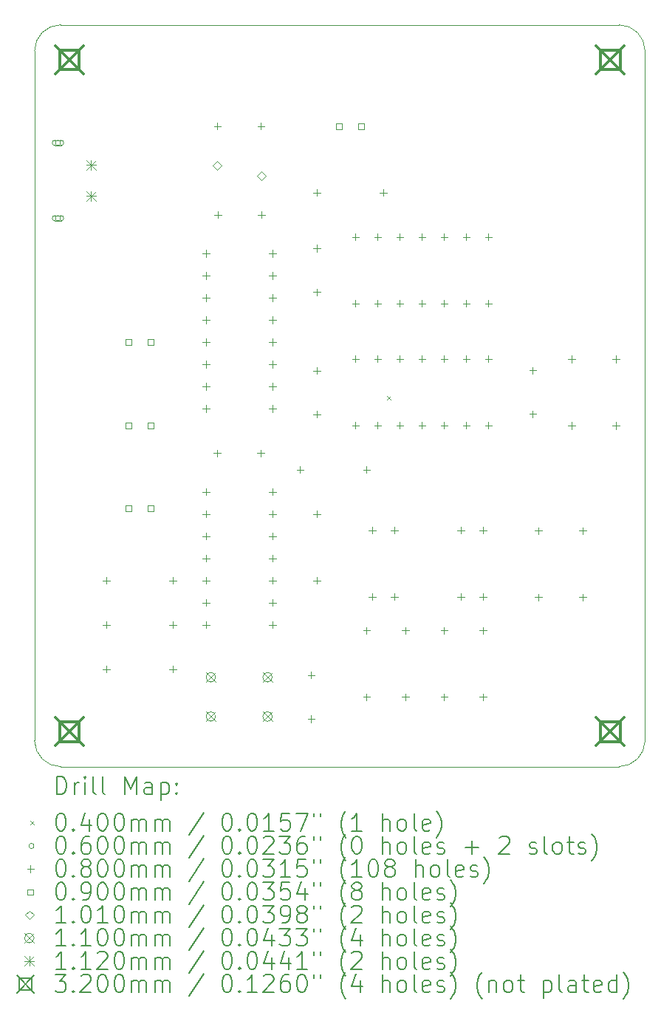
<source format=gbr>
%TF.GenerationSoftware,KiCad,Pcbnew,8.0.2*%
%TF.CreationDate,2024-05-09T00:18:30+08:00*%
%TF.ProjectId,1bit-cpu,31626974-2d63-4707-952e-6b696361645f,rev?*%
%TF.SameCoordinates,Original*%
%TF.FileFunction,Drillmap*%
%TF.FilePolarity,Positive*%
%FSLAX45Y45*%
G04 Gerber Fmt 4.5, Leading zero omitted, Abs format (unit mm)*
G04 Created by KiCad (PCBNEW 8.0.2) date 2024-05-09 00:18:30*
%MOMM*%
%LPD*%
G01*
G04 APERTURE LIST*
%ADD10C,0.100000*%
%ADD11C,0.200000*%
%ADD12C,0.101000*%
%ADD13C,0.110000*%
%ADD14C,0.112000*%
%ADD15C,0.320000*%
G04 APERTURE END LIST*
D10*
X10544000Y-6124000D02*
G75*
G02*
X10844000Y-5824000I300000J0D01*
G01*
X10544000Y-14024000D02*
X10544000Y-6124000D01*
X17244000Y-14324000D02*
X10844000Y-14324000D01*
X17244000Y-5824000D02*
G75*
G02*
X17544000Y-6124000I0J-300000D01*
G01*
X17544000Y-14024000D02*
G75*
G02*
X17244000Y-14324000I-300000J0D01*
G01*
X10844000Y-14324000D02*
G75*
G02*
X10544000Y-14024000I0J300000D01*
G01*
X17544000Y-6124000D02*
X17544000Y-14024000D01*
X10844000Y-5824000D02*
X17244000Y-5824000D01*
D11*
D10*
X14585000Y-10076500D02*
X14625000Y-10116500D01*
X14625000Y-10076500D02*
X14585000Y-10116500D01*
X10843000Y-7175500D02*
G75*
G02*
X10783000Y-7175500I-30000J0D01*
G01*
X10783000Y-7175500D02*
G75*
G02*
X10843000Y-7175500I30000J0D01*
G01*
X10848000Y-7145500D02*
X10778000Y-7145500D01*
X10778000Y-7205500D02*
G75*
G02*
X10778000Y-7145500I0J30000D01*
G01*
X10778000Y-7205500D02*
X10848000Y-7205500D01*
X10848000Y-7205500D02*
G75*
G03*
X10848000Y-7145500I0J30000D01*
G01*
X10843000Y-8039100D02*
G75*
G02*
X10783000Y-8039100I-30000J0D01*
G01*
X10783000Y-8039100D02*
G75*
G02*
X10843000Y-8039100I30000J0D01*
G01*
X10848000Y-8009100D02*
X10778000Y-8009100D01*
X10778000Y-8069100D02*
G75*
G02*
X10778000Y-8009100I0J30000D01*
G01*
X10778000Y-8069100D02*
X10848000Y-8069100D01*
X10848000Y-8069100D02*
G75*
G03*
X10848000Y-8009100I0J30000D01*
G01*
X11366500Y-12152000D02*
X11366500Y-12232000D01*
X11326500Y-12192000D02*
X11406500Y-12192000D01*
X11366500Y-12660000D02*
X11366500Y-12740000D01*
X11326500Y-12700000D02*
X11406500Y-12700000D01*
X11366500Y-13168000D02*
X11366500Y-13248000D01*
X11326500Y-13208000D02*
X11406500Y-13208000D01*
X12128500Y-12152000D02*
X12128500Y-12232000D01*
X12088500Y-12192000D02*
X12168500Y-12192000D01*
X12128500Y-12660000D02*
X12128500Y-12740000D01*
X12088500Y-12700000D02*
X12168500Y-12700000D01*
X12128500Y-13168000D02*
X12128500Y-13248000D01*
X12088500Y-13208000D02*
X12168500Y-13208000D01*
X12509500Y-11136000D02*
X12509500Y-11216000D01*
X12469500Y-11176000D02*
X12549500Y-11176000D01*
X12509500Y-11390000D02*
X12509500Y-11470000D01*
X12469500Y-11430000D02*
X12549500Y-11430000D01*
X12509500Y-11644000D02*
X12509500Y-11724000D01*
X12469500Y-11684000D02*
X12549500Y-11684000D01*
X12509500Y-11898000D02*
X12509500Y-11978000D01*
X12469500Y-11938000D02*
X12549500Y-11938000D01*
X12509500Y-12152000D02*
X12509500Y-12232000D01*
X12469500Y-12192000D02*
X12549500Y-12192000D01*
X12509500Y-12406000D02*
X12509500Y-12486000D01*
X12469500Y-12446000D02*
X12549500Y-12446000D01*
X12509500Y-12660000D02*
X12509500Y-12740000D01*
X12469500Y-12700000D02*
X12549500Y-12700000D01*
X12510500Y-8404500D02*
X12510500Y-8484500D01*
X12470500Y-8444500D02*
X12550500Y-8444500D01*
X12510500Y-8658500D02*
X12510500Y-8738500D01*
X12470500Y-8698500D02*
X12550500Y-8698500D01*
X12510500Y-8912500D02*
X12510500Y-8992500D01*
X12470500Y-8952500D02*
X12550500Y-8952500D01*
X12510500Y-9166500D02*
X12510500Y-9246500D01*
X12470500Y-9206500D02*
X12550500Y-9206500D01*
X12510500Y-9420500D02*
X12510500Y-9500500D01*
X12470500Y-9460500D02*
X12550500Y-9460500D01*
X12510500Y-9674500D02*
X12510500Y-9754500D01*
X12470500Y-9714500D02*
X12550500Y-9714500D01*
X12510500Y-9928500D02*
X12510500Y-10008500D01*
X12470500Y-9968500D02*
X12550500Y-9968500D01*
X12510500Y-10182500D02*
X12510500Y-10262500D01*
X12470500Y-10222500D02*
X12550500Y-10222500D01*
X12636500Y-10691500D02*
X12636500Y-10771500D01*
X12596500Y-10731500D02*
X12676500Y-10731500D01*
X12640500Y-6945000D02*
X12640500Y-7025000D01*
X12600500Y-6985000D02*
X12680500Y-6985000D01*
X12644500Y-7961000D02*
X12644500Y-8041000D01*
X12604500Y-8001000D02*
X12684500Y-8001000D01*
X13136500Y-10691500D02*
X13136500Y-10771500D01*
X13096500Y-10731500D02*
X13176500Y-10731500D01*
X13140500Y-6945000D02*
X13140500Y-7025000D01*
X13100500Y-6985000D02*
X13180500Y-6985000D01*
X13144500Y-7961000D02*
X13144500Y-8041000D01*
X13104500Y-8001000D02*
X13184500Y-8001000D01*
X13271500Y-11136000D02*
X13271500Y-11216000D01*
X13231500Y-11176000D02*
X13311500Y-11176000D01*
X13271500Y-11390000D02*
X13271500Y-11470000D01*
X13231500Y-11430000D02*
X13311500Y-11430000D01*
X13271500Y-11644000D02*
X13271500Y-11724000D01*
X13231500Y-11684000D02*
X13311500Y-11684000D01*
X13271500Y-11898000D02*
X13271500Y-11978000D01*
X13231500Y-11938000D02*
X13311500Y-11938000D01*
X13271500Y-12152000D02*
X13271500Y-12232000D01*
X13231500Y-12192000D02*
X13311500Y-12192000D01*
X13271500Y-12406000D02*
X13271500Y-12486000D01*
X13231500Y-12446000D02*
X13311500Y-12446000D01*
X13271500Y-12660000D02*
X13271500Y-12740000D01*
X13231500Y-12700000D02*
X13311500Y-12700000D01*
X13272500Y-8404500D02*
X13272500Y-8484500D01*
X13232500Y-8444500D02*
X13312500Y-8444500D01*
X13272500Y-8658500D02*
X13272500Y-8738500D01*
X13232500Y-8698500D02*
X13312500Y-8698500D01*
X13272500Y-8912500D02*
X13272500Y-8992500D01*
X13232500Y-8952500D02*
X13312500Y-8952500D01*
X13272500Y-9166500D02*
X13272500Y-9246500D01*
X13232500Y-9206500D02*
X13312500Y-9206500D01*
X13272500Y-9420500D02*
X13272500Y-9500500D01*
X13232500Y-9460500D02*
X13312500Y-9460500D01*
X13272500Y-9674500D02*
X13272500Y-9754500D01*
X13232500Y-9714500D02*
X13312500Y-9714500D01*
X13272500Y-9928500D02*
X13272500Y-10008500D01*
X13232500Y-9968500D02*
X13312500Y-9968500D01*
X13272500Y-10182500D02*
X13272500Y-10262500D01*
X13232500Y-10222500D02*
X13312500Y-10222500D01*
X13589000Y-10882000D02*
X13589000Y-10962000D01*
X13549000Y-10922000D02*
X13629000Y-10922000D01*
X13716000Y-13235500D02*
X13716000Y-13315500D01*
X13676000Y-13275500D02*
X13756000Y-13275500D01*
X13716000Y-13735500D02*
X13716000Y-13815500D01*
X13676000Y-13775500D02*
X13756000Y-13775500D01*
X13779000Y-7707000D02*
X13779000Y-7787000D01*
X13739000Y-7747000D02*
X13819000Y-7747000D01*
X13779500Y-8346000D02*
X13779500Y-8426000D01*
X13739500Y-8386000D02*
X13819500Y-8386000D01*
X13779500Y-8846000D02*
X13779500Y-8926000D01*
X13739500Y-8886000D02*
X13819500Y-8886000D01*
X13779500Y-9747000D02*
X13779500Y-9827000D01*
X13739500Y-9787000D02*
X13819500Y-9787000D01*
X13779500Y-10247000D02*
X13779500Y-10327000D01*
X13739500Y-10287000D02*
X13819500Y-10287000D01*
X13779500Y-11390000D02*
X13779500Y-11470000D01*
X13739500Y-11430000D02*
X13819500Y-11430000D01*
X13779500Y-12152000D02*
X13779500Y-12232000D01*
X13739500Y-12192000D02*
X13819500Y-12192000D01*
X14224000Y-8215000D02*
X14224000Y-8295000D01*
X14184000Y-8255000D02*
X14264000Y-8255000D01*
X14224000Y-8977000D02*
X14224000Y-9057000D01*
X14184000Y-9017000D02*
X14264000Y-9017000D01*
X14224000Y-9612000D02*
X14224000Y-9692000D01*
X14184000Y-9652000D02*
X14264000Y-9652000D01*
X14224000Y-10374000D02*
X14224000Y-10454000D01*
X14184000Y-10414000D02*
X14264000Y-10414000D01*
X14351000Y-10882000D02*
X14351000Y-10962000D01*
X14311000Y-10922000D02*
X14391000Y-10922000D01*
X14351000Y-12723500D02*
X14351000Y-12803500D01*
X14311000Y-12763500D02*
X14391000Y-12763500D01*
X14351000Y-13485500D02*
X14351000Y-13565500D01*
X14311000Y-13525500D02*
X14391000Y-13525500D01*
X14414000Y-11576250D02*
X14414000Y-11656250D01*
X14374000Y-11616250D02*
X14454000Y-11616250D01*
X14414000Y-12338250D02*
X14414000Y-12418250D01*
X14374000Y-12378250D02*
X14454000Y-12378250D01*
X14478000Y-8215000D02*
X14478000Y-8295000D01*
X14438000Y-8255000D02*
X14518000Y-8255000D01*
X14478000Y-8977000D02*
X14478000Y-9057000D01*
X14438000Y-9017000D02*
X14518000Y-9017000D01*
X14478000Y-9612000D02*
X14478000Y-9692000D01*
X14438000Y-9652000D02*
X14518000Y-9652000D01*
X14478000Y-10374000D02*
X14478000Y-10454000D01*
X14438000Y-10414000D02*
X14518000Y-10414000D01*
X14541000Y-7707000D02*
X14541000Y-7787000D01*
X14501000Y-7747000D02*
X14581000Y-7747000D01*
X14668000Y-11576250D02*
X14668000Y-11656250D01*
X14628000Y-11616250D02*
X14708000Y-11616250D01*
X14668000Y-12338250D02*
X14668000Y-12418250D01*
X14628000Y-12378250D02*
X14708000Y-12378250D01*
X14732000Y-8215000D02*
X14732000Y-8295000D01*
X14692000Y-8255000D02*
X14772000Y-8255000D01*
X14732000Y-8977000D02*
X14732000Y-9057000D01*
X14692000Y-9017000D02*
X14772000Y-9017000D01*
X14732000Y-9612000D02*
X14732000Y-9692000D01*
X14692000Y-9652000D02*
X14772000Y-9652000D01*
X14732000Y-10374000D02*
X14732000Y-10454000D01*
X14692000Y-10414000D02*
X14772000Y-10414000D01*
X14795500Y-12723500D02*
X14795500Y-12803500D01*
X14755500Y-12763500D02*
X14835500Y-12763500D01*
X14795500Y-13485500D02*
X14795500Y-13565500D01*
X14755500Y-13525500D02*
X14835500Y-13525500D01*
X14986000Y-8215000D02*
X14986000Y-8295000D01*
X14946000Y-8255000D02*
X15026000Y-8255000D01*
X14986000Y-8977000D02*
X14986000Y-9057000D01*
X14946000Y-9017000D02*
X15026000Y-9017000D01*
X14986000Y-9612000D02*
X14986000Y-9692000D01*
X14946000Y-9652000D02*
X15026000Y-9652000D01*
X14986000Y-10374000D02*
X14986000Y-10454000D01*
X14946000Y-10414000D02*
X15026000Y-10414000D01*
X15240000Y-8215000D02*
X15240000Y-8295000D01*
X15200000Y-8255000D02*
X15280000Y-8255000D01*
X15240000Y-8977000D02*
X15240000Y-9057000D01*
X15200000Y-9017000D02*
X15280000Y-9017000D01*
X15240000Y-9612000D02*
X15240000Y-9692000D01*
X15200000Y-9652000D02*
X15280000Y-9652000D01*
X15240000Y-10374000D02*
X15240000Y-10454000D01*
X15200000Y-10414000D02*
X15280000Y-10414000D01*
X15240000Y-12723500D02*
X15240000Y-12803500D01*
X15200000Y-12763500D02*
X15280000Y-12763500D01*
X15240000Y-13485500D02*
X15240000Y-13565500D01*
X15200000Y-13525500D02*
X15280000Y-13525500D01*
X15430000Y-11576250D02*
X15430000Y-11656250D01*
X15390000Y-11616250D02*
X15470000Y-11616250D01*
X15430000Y-12338250D02*
X15430000Y-12418250D01*
X15390000Y-12378250D02*
X15470000Y-12378250D01*
X15494000Y-8215000D02*
X15494000Y-8295000D01*
X15454000Y-8255000D02*
X15534000Y-8255000D01*
X15494000Y-8977000D02*
X15494000Y-9057000D01*
X15454000Y-9017000D02*
X15534000Y-9017000D01*
X15494000Y-9612000D02*
X15494000Y-9692000D01*
X15454000Y-9652000D02*
X15534000Y-9652000D01*
X15494000Y-10374000D02*
X15494000Y-10454000D01*
X15454000Y-10414000D02*
X15534000Y-10414000D01*
X15684000Y-11576250D02*
X15684000Y-11656250D01*
X15644000Y-11616250D02*
X15724000Y-11616250D01*
X15684000Y-12338250D02*
X15684000Y-12418250D01*
X15644000Y-12378250D02*
X15724000Y-12378250D01*
X15684500Y-12723500D02*
X15684500Y-12803500D01*
X15644500Y-12763500D02*
X15724500Y-12763500D01*
X15684500Y-13485500D02*
X15684500Y-13565500D01*
X15644500Y-13525500D02*
X15724500Y-13525500D01*
X15748000Y-8215000D02*
X15748000Y-8295000D01*
X15708000Y-8255000D02*
X15788000Y-8255000D01*
X15748000Y-8977000D02*
X15748000Y-9057000D01*
X15708000Y-9017000D02*
X15788000Y-9017000D01*
X15748000Y-9612000D02*
X15748000Y-9692000D01*
X15708000Y-9652000D02*
X15788000Y-9652000D01*
X15748000Y-10374000D02*
X15748000Y-10454000D01*
X15708000Y-10414000D02*
X15788000Y-10414000D01*
X16256500Y-9744000D02*
X16256500Y-9824000D01*
X16216500Y-9784000D02*
X16296500Y-9784000D01*
X16256500Y-10244000D02*
X16256500Y-10324000D01*
X16216500Y-10284000D02*
X16296500Y-10284000D01*
X16319500Y-11580500D02*
X16319500Y-11660500D01*
X16279500Y-11620500D02*
X16359500Y-11620500D01*
X16319500Y-12342500D02*
X16319500Y-12422500D01*
X16279500Y-12382500D02*
X16359500Y-12382500D01*
X16701000Y-9613000D02*
X16701000Y-9693000D01*
X16661000Y-9653000D02*
X16741000Y-9653000D01*
X16701000Y-10375000D02*
X16701000Y-10455000D01*
X16661000Y-10415000D02*
X16741000Y-10415000D01*
X16827500Y-11580500D02*
X16827500Y-11660500D01*
X16787500Y-11620500D02*
X16867500Y-11620500D01*
X16827500Y-12342500D02*
X16827500Y-12422500D01*
X16787500Y-12382500D02*
X16867500Y-12382500D01*
X17209000Y-9613000D02*
X17209000Y-9693000D01*
X17169000Y-9653000D02*
X17249000Y-9653000D01*
X17209000Y-10375000D02*
X17209000Y-10455000D01*
X17169000Y-10415000D02*
X17249000Y-10415000D01*
X11651820Y-10445820D02*
X11651820Y-10382180D01*
X11588180Y-10382180D01*
X11588180Y-10445820D01*
X11651820Y-10445820D01*
X11651820Y-11398320D02*
X11651820Y-11334680D01*
X11588180Y-11334680D01*
X11588180Y-11398320D01*
X11651820Y-11398320D01*
X11652320Y-9493320D02*
X11652320Y-9429680D01*
X11588680Y-9429680D01*
X11588680Y-9493320D01*
X11652320Y-9493320D01*
X11905820Y-10445820D02*
X11905820Y-10382180D01*
X11842180Y-10382180D01*
X11842180Y-10445820D01*
X11905820Y-10445820D01*
X11905820Y-11398320D02*
X11905820Y-11334680D01*
X11842180Y-11334680D01*
X11842180Y-11398320D01*
X11905820Y-11398320D01*
X11906320Y-9493320D02*
X11906320Y-9429680D01*
X11842680Y-9429680D01*
X11842680Y-9493320D01*
X11906320Y-9493320D01*
X14064820Y-7016820D02*
X14064820Y-6953180D01*
X14001180Y-6953180D01*
X14001180Y-7016820D01*
X14064820Y-7016820D01*
X14318820Y-7016820D02*
X14318820Y-6953180D01*
X14255180Y-6953180D01*
X14255180Y-7016820D01*
X14318820Y-7016820D01*
D12*
X12635500Y-7483500D02*
X12686000Y-7433000D01*
X12635500Y-7382500D01*
X12585000Y-7433000D01*
X12635500Y-7483500D01*
X13145500Y-7603500D02*
X13196000Y-7553000D01*
X13145500Y-7502500D01*
X13095000Y-7553000D01*
X13145500Y-7603500D01*
D13*
X12510500Y-13245500D02*
X12620500Y-13355500D01*
X12620500Y-13245500D02*
X12510500Y-13355500D01*
X12620500Y-13300500D02*
G75*
G02*
X12510500Y-13300500I-55000J0D01*
G01*
X12510500Y-13300500D02*
G75*
G02*
X12620500Y-13300500I55000J0D01*
G01*
X12510500Y-13695500D02*
X12620500Y-13805500D01*
X12620500Y-13695500D02*
X12510500Y-13805500D01*
X12620500Y-13750500D02*
G75*
G02*
X12510500Y-13750500I-55000J0D01*
G01*
X12510500Y-13750500D02*
G75*
G02*
X12620500Y-13750500I55000J0D01*
G01*
X13160500Y-13245500D02*
X13270500Y-13355500D01*
X13270500Y-13245500D02*
X13160500Y-13355500D01*
X13270500Y-13300500D02*
G75*
G02*
X13160500Y-13300500I-55000J0D01*
G01*
X13160500Y-13300500D02*
G75*
G02*
X13270500Y-13300500I55000J0D01*
G01*
X13160500Y-13695500D02*
X13270500Y-13805500D01*
X13270500Y-13695500D02*
X13160500Y-13805500D01*
X13270500Y-13750500D02*
G75*
G02*
X13160500Y-13750500I-55000J0D01*
G01*
X13160500Y-13750500D02*
G75*
G02*
X13270500Y-13750500I55000J0D01*
G01*
D14*
X11138000Y-7373500D02*
X11250000Y-7485500D01*
X11250000Y-7373500D02*
X11138000Y-7485500D01*
X11194000Y-7373500D02*
X11194000Y-7485500D01*
X11138000Y-7429500D02*
X11250000Y-7429500D01*
X11138000Y-7729100D02*
X11250000Y-7841100D01*
X11250000Y-7729100D02*
X11138000Y-7841100D01*
X11194000Y-7729100D02*
X11194000Y-7841100D01*
X11138000Y-7785100D02*
X11250000Y-7785100D01*
D15*
X10784000Y-6064000D02*
X11104000Y-6384000D01*
X11104000Y-6064000D02*
X10784000Y-6384000D01*
X11057138Y-6337138D02*
X11057138Y-6110862D01*
X10830862Y-6110862D01*
X10830862Y-6337138D01*
X11057138Y-6337138D01*
X10784000Y-13764000D02*
X11104000Y-14084000D01*
X11104000Y-13764000D02*
X10784000Y-14084000D01*
X11057138Y-14037138D02*
X11057138Y-13810862D01*
X10830862Y-13810862D01*
X10830862Y-14037138D01*
X11057138Y-14037138D01*
X16984000Y-6064000D02*
X17304000Y-6384000D01*
X17304000Y-6064000D02*
X16984000Y-6384000D01*
X17257138Y-6337138D02*
X17257138Y-6110862D01*
X17030862Y-6110862D01*
X17030862Y-6337138D01*
X17257138Y-6337138D01*
X16984000Y-13764000D02*
X17304000Y-14084000D01*
X17304000Y-13764000D02*
X16984000Y-14084000D01*
X17257138Y-14037138D02*
X17257138Y-13810862D01*
X17030862Y-13810862D01*
X17030862Y-14037138D01*
X17257138Y-14037138D01*
D11*
X10799777Y-14640484D02*
X10799777Y-14440484D01*
X10799777Y-14440484D02*
X10847396Y-14440484D01*
X10847396Y-14440484D02*
X10875967Y-14450008D01*
X10875967Y-14450008D02*
X10895015Y-14469055D01*
X10895015Y-14469055D02*
X10904539Y-14488103D01*
X10904539Y-14488103D02*
X10914063Y-14526198D01*
X10914063Y-14526198D02*
X10914063Y-14554769D01*
X10914063Y-14554769D02*
X10904539Y-14592865D01*
X10904539Y-14592865D02*
X10895015Y-14611912D01*
X10895015Y-14611912D02*
X10875967Y-14630960D01*
X10875967Y-14630960D02*
X10847396Y-14640484D01*
X10847396Y-14640484D02*
X10799777Y-14640484D01*
X10999777Y-14640484D02*
X10999777Y-14507150D01*
X10999777Y-14545246D02*
X11009301Y-14526198D01*
X11009301Y-14526198D02*
X11018824Y-14516674D01*
X11018824Y-14516674D02*
X11037872Y-14507150D01*
X11037872Y-14507150D02*
X11056920Y-14507150D01*
X11123586Y-14640484D02*
X11123586Y-14507150D01*
X11123586Y-14440484D02*
X11114063Y-14450008D01*
X11114063Y-14450008D02*
X11123586Y-14459531D01*
X11123586Y-14459531D02*
X11133110Y-14450008D01*
X11133110Y-14450008D02*
X11123586Y-14440484D01*
X11123586Y-14440484D02*
X11123586Y-14459531D01*
X11247396Y-14640484D02*
X11228348Y-14630960D01*
X11228348Y-14630960D02*
X11218824Y-14611912D01*
X11218824Y-14611912D02*
X11218824Y-14440484D01*
X11352158Y-14640484D02*
X11333110Y-14630960D01*
X11333110Y-14630960D02*
X11323586Y-14611912D01*
X11323586Y-14611912D02*
X11323586Y-14440484D01*
X11580729Y-14640484D02*
X11580729Y-14440484D01*
X11580729Y-14440484D02*
X11647396Y-14583341D01*
X11647396Y-14583341D02*
X11714062Y-14440484D01*
X11714062Y-14440484D02*
X11714062Y-14640484D01*
X11895015Y-14640484D02*
X11895015Y-14535722D01*
X11895015Y-14535722D02*
X11885491Y-14516674D01*
X11885491Y-14516674D02*
X11866443Y-14507150D01*
X11866443Y-14507150D02*
X11828348Y-14507150D01*
X11828348Y-14507150D02*
X11809301Y-14516674D01*
X11895015Y-14630960D02*
X11875967Y-14640484D01*
X11875967Y-14640484D02*
X11828348Y-14640484D01*
X11828348Y-14640484D02*
X11809301Y-14630960D01*
X11809301Y-14630960D02*
X11799777Y-14611912D01*
X11799777Y-14611912D02*
X11799777Y-14592865D01*
X11799777Y-14592865D02*
X11809301Y-14573817D01*
X11809301Y-14573817D02*
X11828348Y-14564293D01*
X11828348Y-14564293D02*
X11875967Y-14564293D01*
X11875967Y-14564293D02*
X11895015Y-14554769D01*
X11990253Y-14507150D02*
X11990253Y-14707150D01*
X11990253Y-14516674D02*
X12009301Y-14507150D01*
X12009301Y-14507150D02*
X12047396Y-14507150D01*
X12047396Y-14507150D02*
X12066443Y-14516674D01*
X12066443Y-14516674D02*
X12075967Y-14526198D01*
X12075967Y-14526198D02*
X12085491Y-14545246D01*
X12085491Y-14545246D02*
X12085491Y-14602388D01*
X12085491Y-14602388D02*
X12075967Y-14621436D01*
X12075967Y-14621436D02*
X12066443Y-14630960D01*
X12066443Y-14630960D02*
X12047396Y-14640484D01*
X12047396Y-14640484D02*
X12009301Y-14640484D01*
X12009301Y-14640484D02*
X11990253Y-14630960D01*
X12171205Y-14621436D02*
X12180729Y-14630960D01*
X12180729Y-14630960D02*
X12171205Y-14640484D01*
X12171205Y-14640484D02*
X12161682Y-14630960D01*
X12161682Y-14630960D02*
X12171205Y-14621436D01*
X12171205Y-14621436D02*
X12171205Y-14640484D01*
X12171205Y-14516674D02*
X12180729Y-14526198D01*
X12180729Y-14526198D02*
X12171205Y-14535722D01*
X12171205Y-14535722D02*
X12161682Y-14526198D01*
X12161682Y-14526198D02*
X12171205Y-14516674D01*
X12171205Y-14516674D02*
X12171205Y-14535722D01*
D10*
X10499000Y-14949000D02*
X10539000Y-14989000D01*
X10539000Y-14949000D02*
X10499000Y-14989000D01*
D11*
X10837872Y-14860484D02*
X10856920Y-14860484D01*
X10856920Y-14860484D02*
X10875967Y-14870008D01*
X10875967Y-14870008D02*
X10885491Y-14879531D01*
X10885491Y-14879531D02*
X10895015Y-14898579D01*
X10895015Y-14898579D02*
X10904539Y-14936674D01*
X10904539Y-14936674D02*
X10904539Y-14984293D01*
X10904539Y-14984293D02*
X10895015Y-15022388D01*
X10895015Y-15022388D02*
X10885491Y-15041436D01*
X10885491Y-15041436D02*
X10875967Y-15050960D01*
X10875967Y-15050960D02*
X10856920Y-15060484D01*
X10856920Y-15060484D02*
X10837872Y-15060484D01*
X10837872Y-15060484D02*
X10818824Y-15050960D01*
X10818824Y-15050960D02*
X10809301Y-15041436D01*
X10809301Y-15041436D02*
X10799777Y-15022388D01*
X10799777Y-15022388D02*
X10790253Y-14984293D01*
X10790253Y-14984293D02*
X10790253Y-14936674D01*
X10790253Y-14936674D02*
X10799777Y-14898579D01*
X10799777Y-14898579D02*
X10809301Y-14879531D01*
X10809301Y-14879531D02*
X10818824Y-14870008D01*
X10818824Y-14870008D02*
X10837872Y-14860484D01*
X10990253Y-15041436D02*
X10999777Y-15050960D01*
X10999777Y-15050960D02*
X10990253Y-15060484D01*
X10990253Y-15060484D02*
X10980729Y-15050960D01*
X10980729Y-15050960D02*
X10990253Y-15041436D01*
X10990253Y-15041436D02*
X10990253Y-15060484D01*
X11171205Y-14927150D02*
X11171205Y-15060484D01*
X11123586Y-14850960D02*
X11075967Y-14993817D01*
X11075967Y-14993817D02*
X11199777Y-14993817D01*
X11314062Y-14860484D02*
X11333110Y-14860484D01*
X11333110Y-14860484D02*
X11352158Y-14870008D01*
X11352158Y-14870008D02*
X11361682Y-14879531D01*
X11361682Y-14879531D02*
X11371205Y-14898579D01*
X11371205Y-14898579D02*
X11380729Y-14936674D01*
X11380729Y-14936674D02*
X11380729Y-14984293D01*
X11380729Y-14984293D02*
X11371205Y-15022388D01*
X11371205Y-15022388D02*
X11361682Y-15041436D01*
X11361682Y-15041436D02*
X11352158Y-15050960D01*
X11352158Y-15050960D02*
X11333110Y-15060484D01*
X11333110Y-15060484D02*
X11314062Y-15060484D01*
X11314062Y-15060484D02*
X11295015Y-15050960D01*
X11295015Y-15050960D02*
X11285491Y-15041436D01*
X11285491Y-15041436D02*
X11275967Y-15022388D01*
X11275967Y-15022388D02*
X11266443Y-14984293D01*
X11266443Y-14984293D02*
X11266443Y-14936674D01*
X11266443Y-14936674D02*
X11275967Y-14898579D01*
X11275967Y-14898579D02*
X11285491Y-14879531D01*
X11285491Y-14879531D02*
X11295015Y-14870008D01*
X11295015Y-14870008D02*
X11314062Y-14860484D01*
X11504539Y-14860484D02*
X11523586Y-14860484D01*
X11523586Y-14860484D02*
X11542634Y-14870008D01*
X11542634Y-14870008D02*
X11552158Y-14879531D01*
X11552158Y-14879531D02*
X11561682Y-14898579D01*
X11561682Y-14898579D02*
X11571205Y-14936674D01*
X11571205Y-14936674D02*
X11571205Y-14984293D01*
X11571205Y-14984293D02*
X11561682Y-15022388D01*
X11561682Y-15022388D02*
X11552158Y-15041436D01*
X11552158Y-15041436D02*
X11542634Y-15050960D01*
X11542634Y-15050960D02*
X11523586Y-15060484D01*
X11523586Y-15060484D02*
X11504539Y-15060484D01*
X11504539Y-15060484D02*
X11485491Y-15050960D01*
X11485491Y-15050960D02*
X11475967Y-15041436D01*
X11475967Y-15041436D02*
X11466443Y-15022388D01*
X11466443Y-15022388D02*
X11456920Y-14984293D01*
X11456920Y-14984293D02*
X11456920Y-14936674D01*
X11456920Y-14936674D02*
X11466443Y-14898579D01*
X11466443Y-14898579D02*
X11475967Y-14879531D01*
X11475967Y-14879531D02*
X11485491Y-14870008D01*
X11485491Y-14870008D02*
X11504539Y-14860484D01*
X11656920Y-15060484D02*
X11656920Y-14927150D01*
X11656920Y-14946198D02*
X11666443Y-14936674D01*
X11666443Y-14936674D02*
X11685491Y-14927150D01*
X11685491Y-14927150D02*
X11714063Y-14927150D01*
X11714063Y-14927150D02*
X11733110Y-14936674D01*
X11733110Y-14936674D02*
X11742634Y-14955722D01*
X11742634Y-14955722D02*
X11742634Y-15060484D01*
X11742634Y-14955722D02*
X11752158Y-14936674D01*
X11752158Y-14936674D02*
X11771205Y-14927150D01*
X11771205Y-14927150D02*
X11799777Y-14927150D01*
X11799777Y-14927150D02*
X11818824Y-14936674D01*
X11818824Y-14936674D02*
X11828348Y-14955722D01*
X11828348Y-14955722D02*
X11828348Y-15060484D01*
X11923586Y-15060484D02*
X11923586Y-14927150D01*
X11923586Y-14946198D02*
X11933110Y-14936674D01*
X11933110Y-14936674D02*
X11952158Y-14927150D01*
X11952158Y-14927150D02*
X11980729Y-14927150D01*
X11980729Y-14927150D02*
X11999777Y-14936674D01*
X11999777Y-14936674D02*
X12009301Y-14955722D01*
X12009301Y-14955722D02*
X12009301Y-15060484D01*
X12009301Y-14955722D02*
X12018824Y-14936674D01*
X12018824Y-14936674D02*
X12037872Y-14927150D01*
X12037872Y-14927150D02*
X12066443Y-14927150D01*
X12066443Y-14927150D02*
X12085491Y-14936674D01*
X12085491Y-14936674D02*
X12095015Y-14955722D01*
X12095015Y-14955722D02*
X12095015Y-15060484D01*
X12485491Y-14850960D02*
X12314063Y-15108103D01*
X12742634Y-14860484D02*
X12761682Y-14860484D01*
X12761682Y-14860484D02*
X12780729Y-14870008D01*
X12780729Y-14870008D02*
X12790253Y-14879531D01*
X12790253Y-14879531D02*
X12799777Y-14898579D01*
X12799777Y-14898579D02*
X12809301Y-14936674D01*
X12809301Y-14936674D02*
X12809301Y-14984293D01*
X12809301Y-14984293D02*
X12799777Y-15022388D01*
X12799777Y-15022388D02*
X12790253Y-15041436D01*
X12790253Y-15041436D02*
X12780729Y-15050960D01*
X12780729Y-15050960D02*
X12761682Y-15060484D01*
X12761682Y-15060484D02*
X12742634Y-15060484D01*
X12742634Y-15060484D02*
X12723586Y-15050960D01*
X12723586Y-15050960D02*
X12714063Y-15041436D01*
X12714063Y-15041436D02*
X12704539Y-15022388D01*
X12704539Y-15022388D02*
X12695015Y-14984293D01*
X12695015Y-14984293D02*
X12695015Y-14936674D01*
X12695015Y-14936674D02*
X12704539Y-14898579D01*
X12704539Y-14898579D02*
X12714063Y-14879531D01*
X12714063Y-14879531D02*
X12723586Y-14870008D01*
X12723586Y-14870008D02*
X12742634Y-14860484D01*
X12895015Y-15041436D02*
X12904539Y-15050960D01*
X12904539Y-15050960D02*
X12895015Y-15060484D01*
X12895015Y-15060484D02*
X12885491Y-15050960D01*
X12885491Y-15050960D02*
X12895015Y-15041436D01*
X12895015Y-15041436D02*
X12895015Y-15060484D01*
X13028348Y-14860484D02*
X13047396Y-14860484D01*
X13047396Y-14860484D02*
X13066444Y-14870008D01*
X13066444Y-14870008D02*
X13075967Y-14879531D01*
X13075967Y-14879531D02*
X13085491Y-14898579D01*
X13085491Y-14898579D02*
X13095015Y-14936674D01*
X13095015Y-14936674D02*
X13095015Y-14984293D01*
X13095015Y-14984293D02*
X13085491Y-15022388D01*
X13085491Y-15022388D02*
X13075967Y-15041436D01*
X13075967Y-15041436D02*
X13066444Y-15050960D01*
X13066444Y-15050960D02*
X13047396Y-15060484D01*
X13047396Y-15060484D02*
X13028348Y-15060484D01*
X13028348Y-15060484D02*
X13009301Y-15050960D01*
X13009301Y-15050960D02*
X12999777Y-15041436D01*
X12999777Y-15041436D02*
X12990253Y-15022388D01*
X12990253Y-15022388D02*
X12980729Y-14984293D01*
X12980729Y-14984293D02*
X12980729Y-14936674D01*
X12980729Y-14936674D02*
X12990253Y-14898579D01*
X12990253Y-14898579D02*
X12999777Y-14879531D01*
X12999777Y-14879531D02*
X13009301Y-14870008D01*
X13009301Y-14870008D02*
X13028348Y-14860484D01*
X13285491Y-15060484D02*
X13171206Y-15060484D01*
X13228348Y-15060484D02*
X13228348Y-14860484D01*
X13228348Y-14860484D02*
X13209301Y-14889055D01*
X13209301Y-14889055D02*
X13190253Y-14908103D01*
X13190253Y-14908103D02*
X13171206Y-14917627D01*
X13466444Y-14860484D02*
X13371206Y-14860484D01*
X13371206Y-14860484D02*
X13361682Y-14955722D01*
X13361682Y-14955722D02*
X13371206Y-14946198D01*
X13371206Y-14946198D02*
X13390253Y-14936674D01*
X13390253Y-14936674D02*
X13437872Y-14936674D01*
X13437872Y-14936674D02*
X13456920Y-14946198D01*
X13456920Y-14946198D02*
X13466444Y-14955722D01*
X13466444Y-14955722D02*
X13475967Y-14974769D01*
X13475967Y-14974769D02*
X13475967Y-15022388D01*
X13475967Y-15022388D02*
X13466444Y-15041436D01*
X13466444Y-15041436D02*
X13456920Y-15050960D01*
X13456920Y-15050960D02*
X13437872Y-15060484D01*
X13437872Y-15060484D02*
X13390253Y-15060484D01*
X13390253Y-15060484D02*
X13371206Y-15050960D01*
X13371206Y-15050960D02*
X13361682Y-15041436D01*
X13542634Y-14860484D02*
X13675967Y-14860484D01*
X13675967Y-14860484D02*
X13590253Y-15060484D01*
X13742634Y-14860484D02*
X13742634Y-14898579D01*
X13818825Y-14860484D02*
X13818825Y-14898579D01*
X14114063Y-15136674D02*
X14104539Y-15127150D01*
X14104539Y-15127150D02*
X14085491Y-15098579D01*
X14085491Y-15098579D02*
X14075968Y-15079531D01*
X14075968Y-15079531D02*
X14066444Y-15050960D01*
X14066444Y-15050960D02*
X14056920Y-15003341D01*
X14056920Y-15003341D02*
X14056920Y-14965246D01*
X14056920Y-14965246D02*
X14066444Y-14917627D01*
X14066444Y-14917627D02*
X14075968Y-14889055D01*
X14075968Y-14889055D02*
X14085491Y-14870008D01*
X14085491Y-14870008D02*
X14104539Y-14841436D01*
X14104539Y-14841436D02*
X14114063Y-14831912D01*
X14295015Y-15060484D02*
X14180729Y-15060484D01*
X14237872Y-15060484D02*
X14237872Y-14860484D01*
X14237872Y-14860484D02*
X14218825Y-14889055D01*
X14218825Y-14889055D02*
X14199777Y-14908103D01*
X14199777Y-14908103D02*
X14180729Y-14917627D01*
X14533110Y-15060484D02*
X14533110Y-14860484D01*
X14618825Y-15060484D02*
X14618825Y-14955722D01*
X14618825Y-14955722D02*
X14609301Y-14936674D01*
X14609301Y-14936674D02*
X14590253Y-14927150D01*
X14590253Y-14927150D02*
X14561682Y-14927150D01*
X14561682Y-14927150D02*
X14542634Y-14936674D01*
X14542634Y-14936674D02*
X14533110Y-14946198D01*
X14742634Y-15060484D02*
X14723587Y-15050960D01*
X14723587Y-15050960D02*
X14714063Y-15041436D01*
X14714063Y-15041436D02*
X14704539Y-15022388D01*
X14704539Y-15022388D02*
X14704539Y-14965246D01*
X14704539Y-14965246D02*
X14714063Y-14946198D01*
X14714063Y-14946198D02*
X14723587Y-14936674D01*
X14723587Y-14936674D02*
X14742634Y-14927150D01*
X14742634Y-14927150D02*
X14771206Y-14927150D01*
X14771206Y-14927150D02*
X14790253Y-14936674D01*
X14790253Y-14936674D02*
X14799777Y-14946198D01*
X14799777Y-14946198D02*
X14809301Y-14965246D01*
X14809301Y-14965246D02*
X14809301Y-15022388D01*
X14809301Y-15022388D02*
X14799777Y-15041436D01*
X14799777Y-15041436D02*
X14790253Y-15050960D01*
X14790253Y-15050960D02*
X14771206Y-15060484D01*
X14771206Y-15060484D02*
X14742634Y-15060484D01*
X14923587Y-15060484D02*
X14904539Y-15050960D01*
X14904539Y-15050960D02*
X14895015Y-15031912D01*
X14895015Y-15031912D02*
X14895015Y-14860484D01*
X15075968Y-15050960D02*
X15056920Y-15060484D01*
X15056920Y-15060484D02*
X15018825Y-15060484D01*
X15018825Y-15060484D02*
X14999777Y-15050960D01*
X14999777Y-15050960D02*
X14990253Y-15031912D01*
X14990253Y-15031912D02*
X14990253Y-14955722D01*
X14990253Y-14955722D02*
X14999777Y-14936674D01*
X14999777Y-14936674D02*
X15018825Y-14927150D01*
X15018825Y-14927150D02*
X15056920Y-14927150D01*
X15056920Y-14927150D02*
X15075968Y-14936674D01*
X15075968Y-14936674D02*
X15085491Y-14955722D01*
X15085491Y-14955722D02*
X15085491Y-14974769D01*
X15085491Y-14974769D02*
X14990253Y-14993817D01*
X15152158Y-15136674D02*
X15161682Y-15127150D01*
X15161682Y-15127150D02*
X15180730Y-15098579D01*
X15180730Y-15098579D02*
X15190253Y-15079531D01*
X15190253Y-15079531D02*
X15199777Y-15050960D01*
X15199777Y-15050960D02*
X15209301Y-15003341D01*
X15209301Y-15003341D02*
X15209301Y-14965246D01*
X15209301Y-14965246D02*
X15199777Y-14917627D01*
X15199777Y-14917627D02*
X15190253Y-14889055D01*
X15190253Y-14889055D02*
X15180730Y-14870008D01*
X15180730Y-14870008D02*
X15161682Y-14841436D01*
X15161682Y-14841436D02*
X15152158Y-14831912D01*
D10*
X10539000Y-15233000D02*
G75*
G02*
X10479000Y-15233000I-30000J0D01*
G01*
X10479000Y-15233000D02*
G75*
G02*
X10539000Y-15233000I30000J0D01*
G01*
D11*
X10837872Y-15124484D02*
X10856920Y-15124484D01*
X10856920Y-15124484D02*
X10875967Y-15134008D01*
X10875967Y-15134008D02*
X10885491Y-15143531D01*
X10885491Y-15143531D02*
X10895015Y-15162579D01*
X10895015Y-15162579D02*
X10904539Y-15200674D01*
X10904539Y-15200674D02*
X10904539Y-15248293D01*
X10904539Y-15248293D02*
X10895015Y-15286388D01*
X10895015Y-15286388D02*
X10885491Y-15305436D01*
X10885491Y-15305436D02*
X10875967Y-15314960D01*
X10875967Y-15314960D02*
X10856920Y-15324484D01*
X10856920Y-15324484D02*
X10837872Y-15324484D01*
X10837872Y-15324484D02*
X10818824Y-15314960D01*
X10818824Y-15314960D02*
X10809301Y-15305436D01*
X10809301Y-15305436D02*
X10799777Y-15286388D01*
X10799777Y-15286388D02*
X10790253Y-15248293D01*
X10790253Y-15248293D02*
X10790253Y-15200674D01*
X10790253Y-15200674D02*
X10799777Y-15162579D01*
X10799777Y-15162579D02*
X10809301Y-15143531D01*
X10809301Y-15143531D02*
X10818824Y-15134008D01*
X10818824Y-15134008D02*
X10837872Y-15124484D01*
X10990253Y-15305436D02*
X10999777Y-15314960D01*
X10999777Y-15314960D02*
X10990253Y-15324484D01*
X10990253Y-15324484D02*
X10980729Y-15314960D01*
X10980729Y-15314960D02*
X10990253Y-15305436D01*
X10990253Y-15305436D02*
X10990253Y-15324484D01*
X11171205Y-15124484D02*
X11133110Y-15124484D01*
X11133110Y-15124484D02*
X11114063Y-15134008D01*
X11114063Y-15134008D02*
X11104539Y-15143531D01*
X11104539Y-15143531D02*
X11085491Y-15172103D01*
X11085491Y-15172103D02*
X11075967Y-15210198D01*
X11075967Y-15210198D02*
X11075967Y-15286388D01*
X11075967Y-15286388D02*
X11085491Y-15305436D01*
X11085491Y-15305436D02*
X11095015Y-15314960D01*
X11095015Y-15314960D02*
X11114063Y-15324484D01*
X11114063Y-15324484D02*
X11152158Y-15324484D01*
X11152158Y-15324484D02*
X11171205Y-15314960D01*
X11171205Y-15314960D02*
X11180729Y-15305436D01*
X11180729Y-15305436D02*
X11190253Y-15286388D01*
X11190253Y-15286388D02*
X11190253Y-15238769D01*
X11190253Y-15238769D02*
X11180729Y-15219722D01*
X11180729Y-15219722D02*
X11171205Y-15210198D01*
X11171205Y-15210198D02*
X11152158Y-15200674D01*
X11152158Y-15200674D02*
X11114063Y-15200674D01*
X11114063Y-15200674D02*
X11095015Y-15210198D01*
X11095015Y-15210198D02*
X11085491Y-15219722D01*
X11085491Y-15219722D02*
X11075967Y-15238769D01*
X11314062Y-15124484D02*
X11333110Y-15124484D01*
X11333110Y-15124484D02*
X11352158Y-15134008D01*
X11352158Y-15134008D02*
X11361682Y-15143531D01*
X11361682Y-15143531D02*
X11371205Y-15162579D01*
X11371205Y-15162579D02*
X11380729Y-15200674D01*
X11380729Y-15200674D02*
X11380729Y-15248293D01*
X11380729Y-15248293D02*
X11371205Y-15286388D01*
X11371205Y-15286388D02*
X11361682Y-15305436D01*
X11361682Y-15305436D02*
X11352158Y-15314960D01*
X11352158Y-15314960D02*
X11333110Y-15324484D01*
X11333110Y-15324484D02*
X11314062Y-15324484D01*
X11314062Y-15324484D02*
X11295015Y-15314960D01*
X11295015Y-15314960D02*
X11285491Y-15305436D01*
X11285491Y-15305436D02*
X11275967Y-15286388D01*
X11275967Y-15286388D02*
X11266443Y-15248293D01*
X11266443Y-15248293D02*
X11266443Y-15200674D01*
X11266443Y-15200674D02*
X11275967Y-15162579D01*
X11275967Y-15162579D02*
X11285491Y-15143531D01*
X11285491Y-15143531D02*
X11295015Y-15134008D01*
X11295015Y-15134008D02*
X11314062Y-15124484D01*
X11504539Y-15124484D02*
X11523586Y-15124484D01*
X11523586Y-15124484D02*
X11542634Y-15134008D01*
X11542634Y-15134008D02*
X11552158Y-15143531D01*
X11552158Y-15143531D02*
X11561682Y-15162579D01*
X11561682Y-15162579D02*
X11571205Y-15200674D01*
X11571205Y-15200674D02*
X11571205Y-15248293D01*
X11571205Y-15248293D02*
X11561682Y-15286388D01*
X11561682Y-15286388D02*
X11552158Y-15305436D01*
X11552158Y-15305436D02*
X11542634Y-15314960D01*
X11542634Y-15314960D02*
X11523586Y-15324484D01*
X11523586Y-15324484D02*
X11504539Y-15324484D01*
X11504539Y-15324484D02*
X11485491Y-15314960D01*
X11485491Y-15314960D02*
X11475967Y-15305436D01*
X11475967Y-15305436D02*
X11466443Y-15286388D01*
X11466443Y-15286388D02*
X11456920Y-15248293D01*
X11456920Y-15248293D02*
X11456920Y-15200674D01*
X11456920Y-15200674D02*
X11466443Y-15162579D01*
X11466443Y-15162579D02*
X11475967Y-15143531D01*
X11475967Y-15143531D02*
X11485491Y-15134008D01*
X11485491Y-15134008D02*
X11504539Y-15124484D01*
X11656920Y-15324484D02*
X11656920Y-15191150D01*
X11656920Y-15210198D02*
X11666443Y-15200674D01*
X11666443Y-15200674D02*
X11685491Y-15191150D01*
X11685491Y-15191150D02*
X11714063Y-15191150D01*
X11714063Y-15191150D02*
X11733110Y-15200674D01*
X11733110Y-15200674D02*
X11742634Y-15219722D01*
X11742634Y-15219722D02*
X11742634Y-15324484D01*
X11742634Y-15219722D02*
X11752158Y-15200674D01*
X11752158Y-15200674D02*
X11771205Y-15191150D01*
X11771205Y-15191150D02*
X11799777Y-15191150D01*
X11799777Y-15191150D02*
X11818824Y-15200674D01*
X11818824Y-15200674D02*
X11828348Y-15219722D01*
X11828348Y-15219722D02*
X11828348Y-15324484D01*
X11923586Y-15324484D02*
X11923586Y-15191150D01*
X11923586Y-15210198D02*
X11933110Y-15200674D01*
X11933110Y-15200674D02*
X11952158Y-15191150D01*
X11952158Y-15191150D02*
X11980729Y-15191150D01*
X11980729Y-15191150D02*
X11999777Y-15200674D01*
X11999777Y-15200674D02*
X12009301Y-15219722D01*
X12009301Y-15219722D02*
X12009301Y-15324484D01*
X12009301Y-15219722D02*
X12018824Y-15200674D01*
X12018824Y-15200674D02*
X12037872Y-15191150D01*
X12037872Y-15191150D02*
X12066443Y-15191150D01*
X12066443Y-15191150D02*
X12085491Y-15200674D01*
X12085491Y-15200674D02*
X12095015Y-15219722D01*
X12095015Y-15219722D02*
X12095015Y-15324484D01*
X12485491Y-15114960D02*
X12314063Y-15372103D01*
X12742634Y-15124484D02*
X12761682Y-15124484D01*
X12761682Y-15124484D02*
X12780729Y-15134008D01*
X12780729Y-15134008D02*
X12790253Y-15143531D01*
X12790253Y-15143531D02*
X12799777Y-15162579D01*
X12799777Y-15162579D02*
X12809301Y-15200674D01*
X12809301Y-15200674D02*
X12809301Y-15248293D01*
X12809301Y-15248293D02*
X12799777Y-15286388D01*
X12799777Y-15286388D02*
X12790253Y-15305436D01*
X12790253Y-15305436D02*
X12780729Y-15314960D01*
X12780729Y-15314960D02*
X12761682Y-15324484D01*
X12761682Y-15324484D02*
X12742634Y-15324484D01*
X12742634Y-15324484D02*
X12723586Y-15314960D01*
X12723586Y-15314960D02*
X12714063Y-15305436D01*
X12714063Y-15305436D02*
X12704539Y-15286388D01*
X12704539Y-15286388D02*
X12695015Y-15248293D01*
X12695015Y-15248293D02*
X12695015Y-15200674D01*
X12695015Y-15200674D02*
X12704539Y-15162579D01*
X12704539Y-15162579D02*
X12714063Y-15143531D01*
X12714063Y-15143531D02*
X12723586Y-15134008D01*
X12723586Y-15134008D02*
X12742634Y-15124484D01*
X12895015Y-15305436D02*
X12904539Y-15314960D01*
X12904539Y-15314960D02*
X12895015Y-15324484D01*
X12895015Y-15324484D02*
X12885491Y-15314960D01*
X12885491Y-15314960D02*
X12895015Y-15305436D01*
X12895015Y-15305436D02*
X12895015Y-15324484D01*
X13028348Y-15124484D02*
X13047396Y-15124484D01*
X13047396Y-15124484D02*
X13066444Y-15134008D01*
X13066444Y-15134008D02*
X13075967Y-15143531D01*
X13075967Y-15143531D02*
X13085491Y-15162579D01*
X13085491Y-15162579D02*
X13095015Y-15200674D01*
X13095015Y-15200674D02*
X13095015Y-15248293D01*
X13095015Y-15248293D02*
X13085491Y-15286388D01*
X13085491Y-15286388D02*
X13075967Y-15305436D01*
X13075967Y-15305436D02*
X13066444Y-15314960D01*
X13066444Y-15314960D02*
X13047396Y-15324484D01*
X13047396Y-15324484D02*
X13028348Y-15324484D01*
X13028348Y-15324484D02*
X13009301Y-15314960D01*
X13009301Y-15314960D02*
X12999777Y-15305436D01*
X12999777Y-15305436D02*
X12990253Y-15286388D01*
X12990253Y-15286388D02*
X12980729Y-15248293D01*
X12980729Y-15248293D02*
X12980729Y-15200674D01*
X12980729Y-15200674D02*
X12990253Y-15162579D01*
X12990253Y-15162579D02*
X12999777Y-15143531D01*
X12999777Y-15143531D02*
X13009301Y-15134008D01*
X13009301Y-15134008D02*
X13028348Y-15124484D01*
X13171206Y-15143531D02*
X13180729Y-15134008D01*
X13180729Y-15134008D02*
X13199777Y-15124484D01*
X13199777Y-15124484D02*
X13247396Y-15124484D01*
X13247396Y-15124484D02*
X13266444Y-15134008D01*
X13266444Y-15134008D02*
X13275967Y-15143531D01*
X13275967Y-15143531D02*
X13285491Y-15162579D01*
X13285491Y-15162579D02*
X13285491Y-15181627D01*
X13285491Y-15181627D02*
X13275967Y-15210198D01*
X13275967Y-15210198D02*
X13161682Y-15324484D01*
X13161682Y-15324484D02*
X13285491Y-15324484D01*
X13352158Y-15124484D02*
X13475967Y-15124484D01*
X13475967Y-15124484D02*
X13409301Y-15200674D01*
X13409301Y-15200674D02*
X13437872Y-15200674D01*
X13437872Y-15200674D02*
X13456920Y-15210198D01*
X13456920Y-15210198D02*
X13466444Y-15219722D01*
X13466444Y-15219722D02*
X13475967Y-15238769D01*
X13475967Y-15238769D02*
X13475967Y-15286388D01*
X13475967Y-15286388D02*
X13466444Y-15305436D01*
X13466444Y-15305436D02*
X13456920Y-15314960D01*
X13456920Y-15314960D02*
X13437872Y-15324484D01*
X13437872Y-15324484D02*
X13380729Y-15324484D01*
X13380729Y-15324484D02*
X13361682Y-15314960D01*
X13361682Y-15314960D02*
X13352158Y-15305436D01*
X13647396Y-15124484D02*
X13609301Y-15124484D01*
X13609301Y-15124484D02*
X13590253Y-15134008D01*
X13590253Y-15134008D02*
X13580729Y-15143531D01*
X13580729Y-15143531D02*
X13561682Y-15172103D01*
X13561682Y-15172103D02*
X13552158Y-15210198D01*
X13552158Y-15210198D02*
X13552158Y-15286388D01*
X13552158Y-15286388D02*
X13561682Y-15305436D01*
X13561682Y-15305436D02*
X13571206Y-15314960D01*
X13571206Y-15314960D02*
X13590253Y-15324484D01*
X13590253Y-15324484D02*
X13628348Y-15324484D01*
X13628348Y-15324484D02*
X13647396Y-15314960D01*
X13647396Y-15314960D02*
X13656920Y-15305436D01*
X13656920Y-15305436D02*
X13666444Y-15286388D01*
X13666444Y-15286388D02*
X13666444Y-15238769D01*
X13666444Y-15238769D02*
X13656920Y-15219722D01*
X13656920Y-15219722D02*
X13647396Y-15210198D01*
X13647396Y-15210198D02*
X13628348Y-15200674D01*
X13628348Y-15200674D02*
X13590253Y-15200674D01*
X13590253Y-15200674D02*
X13571206Y-15210198D01*
X13571206Y-15210198D02*
X13561682Y-15219722D01*
X13561682Y-15219722D02*
X13552158Y-15238769D01*
X13742634Y-15124484D02*
X13742634Y-15162579D01*
X13818825Y-15124484D02*
X13818825Y-15162579D01*
X14114063Y-15400674D02*
X14104539Y-15391150D01*
X14104539Y-15391150D02*
X14085491Y-15362579D01*
X14085491Y-15362579D02*
X14075968Y-15343531D01*
X14075968Y-15343531D02*
X14066444Y-15314960D01*
X14066444Y-15314960D02*
X14056920Y-15267341D01*
X14056920Y-15267341D02*
X14056920Y-15229246D01*
X14056920Y-15229246D02*
X14066444Y-15181627D01*
X14066444Y-15181627D02*
X14075968Y-15153055D01*
X14075968Y-15153055D02*
X14085491Y-15134008D01*
X14085491Y-15134008D02*
X14104539Y-15105436D01*
X14104539Y-15105436D02*
X14114063Y-15095912D01*
X14228348Y-15124484D02*
X14247396Y-15124484D01*
X14247396Y-15124484D02*
X14266444Y-15134008D01*
X14266444Y-15134008D02*
X14275968Y-15143531D01*
X14275968Y-15143531D02*
X14285491Y-15162579D01*
X14285491Y-15162579D02*
X14295015Y-15200674D01*
X14295015Y-15200674D02*
X14295015Y-15248293D01*
X14295015Y-15248293D02*
X14285491Y-15286388D01*
X14285491Y-15286388D02*
X14275968Y-15305436D01*
X14275968Y-15305436D02*
X14266444Y-15314960D01*
X14266444Y-15314960D02*
X14247396Y-15324484D01*
X14247396Y-15324484D02*
X14228348Y-15324484D01*
X14228348Y-15324484D02*
X14209301Y-15314960D01*
X14209301Y-15314960D02*
X14199777Y-15305436D01*
X14199777Y-15305436D02*
X14190253Y-15286388D01*
X14190253Y-15286388D02*
X14180729Y-15248293D01*
X14180729Y-15248293D02*
X14180729Y-15200674D01*
X14180729Y-15200674D02*
X14190253Y-15162579D01*
X14190253Y-15162579D02*
X14199777Y-15143531D01*
X14199777Y-15143531D02*
X14209301Y-15134008D01*
X14209301Y-15134008D02*
X14228348Y-15124484D01*
X14533110Y-15324484D02*
X14533110Y-15124484D01*
X14618825Y-15324484D02*
X14618825Y-15219722D01*
X14618825Y-15219722D02*
X14609301Y-15200674D01*
X14609301Y-15200674D02*
X14590253Y-15191150D01*
X14590253Y-15191150D02*
X14561682Y-15191150D01*
X14561682Y-15191150D02*
X14542634Y-15200674D01*
X14542634Y-15200674D02*
X14533110Y-15210198D01*
X14742634Y-15324484D02*
X14723587Y-15314960D01*
X14723587Y-15314960D02*
X14714063Y-15305436D01*
X14714063Y-15305436D02*
X14704539Y-15286388D01*
X14704539Y-15286388D02*
X14704539Y-15229246D01*
X14704539Y-15229246D02*
X14714063Y-15210198D01*
X14714063Y-15210198D02*
X14723587Y-15200674D01*
X14723587Y-15200674D02*
X14742634Y-15191150D01*
X14742634Y-15191150D02*
X14771206Y-15191150D01*
X14771206Y-15191150D02*
X14790253Y-15200674D01*
X14790253Y-15200674D02*
X14799777Y-15210198D01*
X14799777Y-15210198D02*
X14809301Y-15229246D01*
X14809301Y-15229246D02*
X14809301Y-15286388D01*
X14809301Y-15286388D02*
X14799777Y-15305436D01*
X14799777Y-15305436D02*
X14790253Y-15314960D01*
X14790253Y-15314960D02*
X14771206Y-15324484D01*
X14771206Y-15324484D02*
X14742634Y-15324484D01*
X14923587Y-15324484D02*
X14904539Y-15314960D01*
X14904539Y-15314960D02*
X14895015Y-15295912D01*
X14895015Y-15295912D02*
X14895015Y-15124484D01*
X15075968Y-15314960D02*
X15056920Y-15324484D01*
X15056920Y-15324484D02*
X15018825Y-15324484D01*
X15018825Y-15324484D02*
X14999777Y-15314960D01*
X14999777Y-15314960D02*
X14990253Y-15295912D01*
X14990253Y-15295912D02*
X14990253Y-15219722D01*
X14990253Y-15219722D02*
X14999777Y-15200674D01*
X14999777Y-15200674D02*
X15018825Y-15191150D01*
X15018825Y-15191150D02*
X15056920Y-15191150D01*
X15056920Y-15191150D02*
X15075968Y-15200674D01*
X15075968Y-15200674D02*
X15085491Y-15219722D01*
X15085491Y-15219722D02*
X15085491Y-15238769D01*
X15085491Y-15238769D02*
X14990253Y-15257817D01*
X15161682Y-15314960D02*
X15180730Y-15324484D01*
X15180730Y-15324484D02*
X15218825Y-15324484D01*
X15218825Y-15324484D02*
X15237872Y-15314960D01*
X15237872Y-15314960D02*
X15247396Y-15295912D01*
X15247396Y-15295912D02*
X15247396Y-15286388D01*
X15247396Y-15286388D02*
X15237872Y-15267341D01*
X15237872Y-15267341D02*
X15218825Y-15257817D01*
X15218825Y-15257817D02*
X15190253Y-15257817D01*
X15190253Y-15257817D02*
X15171206Y-15248293D01*
X15171206Y-15248293D02*
X15161682Y-15229246D01*
X15161682Y-15229246D02*
X15161682Y-15219722D01*
X15161682Y-15219722D02*
X15171206Y-15200674D01*
X15171206Y-15200674D02*
X15190253Y-15191150D01*
X15190253Y-15191150D02*
X15218825Y-15191150D01*
X15218825Y-15191150D02*
X15237872Y-15200674D01*
X15485492Y-15248293D02*
X15637873Y-15248293D01*
X15561682Y-15324484D02*
X15561682Y-15172103D01*
X15875968Y-15143531D02*
X15885492Y-15134008D01*
X15885492Y-15134008D02*
X15904539Y-15124484D01*
X15904539Y-15124484D02*
X15952158Y-15124484D01*
X15952158Y-15124484D02*
X15971206Y-15134008D01*
X15971206Y-15134008D02*
X15980730Y-15143531D01*
X15980730Y-15143531D02*
X15990253Y-15162579D01*
X15990253Y-15162579D02*
X15990253Y-15181627D01*
X15990253Y-15181627D02*
X15980730Y-15210198D01*
X15980730Y-15210198D02*
X15866444Y-15324484D01*
X15866444Y-15324484D02*
X15990253Y-15324484D01*
X16218825Y-15314960D02*
X16237873Y-15324484D01*
X16237873Y-15324484D02*
X16275968Y-15324484D01*
X16275968Y-15324484D02*
X16295015Y-15314960D01*
X16295015Y-15314960D02*
X16304539Y-15295912D01*
X16304539Y-15295912D02*
X16304539Y-15286388D01*
X16304539Y-15286388D02*
X16295015Y-15267341D01*
X16295015Y-15267341D02*
X16275968Y-15257817D01*
X16275968Y-15257817D02*
X16247396Y-15257817D01*
X16247396Y-15257817D02*
X16228349Y-15248293D01*
X16228349Y-15248293D02*
X16218825Y-15229246D01*
X16218825Y-15229246D02*
X16218825Y-15219722D01*
X16218825Y-15219722D02*
X16228349Y-15200674D01*
X16228349Y-15200674D02*
X16247396Y-15191150D01*
X16247396Y-15191150D02*
X16275968Y-15191150D01*
X16275968Y-15191150D02*
X16295015Y-15200674D01*
X16418825Y-15324484D02*
X16399777Y-15314960D01*
X16399777Y-15314960D02*
X16390254Y-15295912D01*
X16390254Y-15295912D02*
X16390254Y-15124484D01*
X16523587Y-15324484D02*
X16504539Y-15314960D01*
X16504539Y-15314960D02*
X16495015Y-15305436D01*
X16495015Y-15305436D02*
X16485492Y-15286388D01*
X16485492Y-15286388D02*
X16485492Y-15229246D01*
X16485492Y-15229246D02*
X16495015Y-15210198D01*
X16495015Y-15210198D02*
X16504539Y-15200674D01*
X16504539Y-15200674D02*
X16523587Y-15191150D01*
X16523587Y-15191150D02*
X16552158Y-15191150D01*
X16552158Y-15191150D02*
X16571206Y-15200674D01*
X16571206Y-15200674D02*
X16580730Y-15210198D01*
X16580730Y-15210198D02*
X16590254Y-15229246D01*
X16590254Y-15229246D02*
X16590254Y-15286388D01*
X16590254Y-15286388D02*
X16580730Y-15305436D01*
X16580730Y-15305436D02*
X16571206Y-15314960D01*
X16571206Y-15314960D02*
X16552158Y-15324484D01*
X16552158Y-15324484D02*
X16523587Y-15324484D01*
X16647396Y-15191150D02*
X16723587Y-15191150D01*
X16675968Y-15124484D02*
X16675968Y-15295912D01*
X16675968Y-15295912D02*
X16685492Y-15314960D01*
X16685492Y-15314960D02*
X16704539Y-15324484D01*
X16704539Y-15324484D02*
X16723587Y-15324484D01*
X16780730Y-15314960D02*
X16799777Y-15324484D01*
X16799777Y-15324484D02*
X16837873Y-15324484D01*
X16837873Y-15324484D02*
X16856920Y-15314960D01*
X16856920Y-15314960D02*
X16866444Y-15295912D01*
X16866444Y-15295912D02*
X16866444Y-15286388D01*
X16866444Y-15286388D02*
X16856920Y-15267341D01*
X16856920Y-15267341D02*
X16837873Y-15257817D01*
X16837873Y-15257817D02*
X16809301Y-15257817D01*
X16809301Y-15257817D02*
X16790254Y-15248293D01*
X16790254Y-15248293D02*
X16780730Y-15229246D01*
X16780730Y-15229246D02*
X16780730Y-15219722D01*
X16780730Y-15219722D02*
X16790254Y-15200674D01*
X16790254Y-15200674D02*
X16809301Y-15191150D01*
X16809301Y-15191150D02*
X16837873Y-15191150D01*
X16837873Y-15191150D02*
X16856920Y-15200674D01*
X16933111Y-15400674D02*
X16942635Y-15391150D01*
X16942635Y-15391150D02*
X16961682Y-15362579D01*
X16961682Y-15362579D02*
X16971206Y-15343531D01*
X16971206Y-15343531D02*
X16980730Y-15314960D01*
X16980730Y-15314960D02*
X16990254Y-15267341D01*
X16990254Y-15267341D02*
X16990254Y-15229246D01*
X16990254Y-15229246D02*
X16980730Y-15181627D01*
X16980730Y-15181627D02*
X16971206Y-15153055D01*
X16971206Y-15153055D02*
X16961682Y-15134008D01*
X16961682Y-15134008D02*
X16942635Y-15105436D01*
X16942635Y-15105436D02*
X16933111Y-15095912D01*
D10*
X10499000Y-15457000D02*
X10499000Y-15537000D01*
X10459000Y-15497000D02*
X10539000Y-15497000D01*
D11*
X10837872Y-15388484D02*
X10856920Y-15388484D01*
X10856920Y-15388484D02*
X10875967Y-15398008D01*
X10875967Y-15398008D02*
X10885491Y-15407531D01*
X10885491Y-15407531D02*
X10895015Y-15426579D01*
X10895015Y-15426579D02*
X10904539Y-15464674D01*
X10904539Y-15464674D02*
X10904539Y-15512293D01*
X10904539Y-15512293D02*
X10895015Y-15550388D01*
X10895015Y-15550388D02*
X10885491Y-15569436D01*
X10885491Y-15569436D02*
X10875967Y-15578960D01*
X10875967Y-15578960D02*
X10856920Y-15588484D01*
X10856920Y-15588484D02*
X10837872Y-15588484D01*
X10837872Y-15588484D02*
X10818824Y-15578960D01*
X10818824Y-15578960D02*
X10809301Y-15569436D01*
X10809301Y-15569436D02*
X10799777Y-15550388D01*
X10799777Y-15550388D02*
X10790253Y-15512293D01*
X10790253Y-15512293D02*
X10790253Y-15464674D01*
X10790253Y-15464674D02*
X10799777Y-15426579D01*
X10799777Y-15426579D02*
X10809301Y-15407531D01*
X10809301Y-15407531D02*
X10818824Y-15398008D01*
X10818824Y-15398008D02*
X10837872Y-15388484D01*
X10990253Y-15569436D02*
X10999777Y-15578960D01*
X10999777Y-15578960D02*
X10990253Y-15588484D01*
X10990253Y-15588484D02*
X10980729Y-15578960D01*
X10980729Y-15578960D02*
X10990253Y-15569436D01*
X10990253Y-15569436D02*
X10990253Y-15588484D01*
X11114063Y-15474198D02*
X11095015Y-15464674D01*
X11095015Y-15464674D02*
X11085491Y-15455150D01*
X11085491Y-15455150D02*
X11075967Y-15436103D01*
X11075967Y-15436103D02*
X11075967Y-15426579D01*
X11075967Y-15426579D02*
X11085491Y-15407531D01*
X11085491Y-15407531D02*
X11095015Y-15398008D01*
X11095015Y-15398008D02*
X11114063Y-15388484D01*
X11114063Y-15388484D02*
X11152158Y-15388484D01*
X11152158Y-15388484D02*
X11171205Y-15398008D01*
X11171205Y-15398008D02*
X11180729Y-15407531D01*
X11180729Y-15407531D02*
X11190253Y-15426579D01*
X11190253Y-15426579D02*
X11190253Y-15436103D01*
X11190253Y-15436103D02*
X11180729Y-15455150D01*
X11180729Y-15455150D02*
X11171205Y-15464674D01*
X11171205Y-15464674D02*
X11152158Y-15474198D01*
X11152158Y-15474198D02*
X11114063Y-15474198D01*
X11114063Y-15474198D02*
X11095015Y-15483722D01*
X11095015Y-15483722D02*
X11085491Y-15493246D01*
X11085491Y-15493246D02*
X11075967Y-15512293D01*
X11075967Y-15512293D02*
X11075967Y-15550388D01*
X11075967Y-15550388D02*
X11085491Y-15569436D01*
X11085491Y-15569436D02*
X11095015Y-15578960D01*
X11095015Y-15578960D02*
X11114063Y-15588484D01*
X11114063Y-15588484D02*
X11152158Y-15588484D01*
X11152158Y-15588484D02*
X11171205Y-15578960D01*
X11171205Y-15578960D02*
X11180729Y-15569436D01*
X11180729Y-15569436D02*
X11190253Y-15550388D01*
X11190253Y-15550388D02*
X11190253Y-15512293D01*
X11190253Y-15512293D02*
X11180729Y-15493246D01*
X11180729Y-15493246D02*
X11171205Y-15483722D01*
X11171205Y-15483722D02*
X11152158Y-15474198D01*
X11314062Y-15388484D02*
X11333110Y-15388484D01*
X11333110Y-15388484D02*
X11352158Y-15398008D01*
X11352158Y-15398008D02*
X11361682Y-15407531D01*
X11361682Y-15407531D02*
X11371205Y-15426579D01*
X11371205Y-15426579D02*
X11380729Y-15464674D01*
X11380729Y-15464674D02*
X11380729Y-15512293D01*
X11380729Y-15512293D02*
X11371205Y-15550388D01*
X11371205Y-15550388D02*
X11361682Y-15569436D01*
X11361682Y-15569436D02*
X11352158Y-15578960D01*
X11352158Y-15578960D02*
X11333110Y-15588484D01*
X11333110Y-15588484D02*
X11314062Y-15588484D01*
X11314062Y-15588484D02*
X11295015Y-15578960D01*
X11295015Y-15578960D02*
X11285491Y-15569436D01*
X11285491Y-15569436D02*
X11275967Y-15550388D01*
X11275967Y-15550388D02*
X11266443Y-15512293D01*
X11266443Y-15512293D02*
X11266443Y-15464674D01*
X11266443Y-15464674D02*
X11275967Y-15426579D01*
X11275967Y-15426579D02*
X11285491Y-15407531D01*
X11285491Y-15407531D02*
X11295015Y-15398008D01*
X11295015Y-15398008D02*
X11314062Y-15388484D01*
X11504539Y-15388484D02*
X11523586Y-15388484D01*
X11523586Y-15388484D02*
X11542634Y-15398008D01*
X11542634Y-15398008D02*
X11552158Y-15407531D01*
X11552158Y-15407531D02*
X11561682Y-15426579D01*
X11561682Y-15426579D02*
X11571205Y-15464674D01*
X11571205Y-15464674D02*
X11571205Y-15512293D01*
X11571205Y-15512293D02*
X11561682Y-15550388D01*
X11561682Y-15550388D02*
X11552158Y-15569436D01*
X11552158Y-15569436D02*
X11542634Y-15578960D01*
X11542634Y-15578960D02*
X11523586Y-15588484D01*
X11523586Y-15588484D02*
X11504539Y-15588484D01*
X11504539Y-15588484D02*
X11485491Y-15578960D01*
X11485491Y-15578960D02*
X11475967Y-15569436D01*
X11475967Y-15569436D02*
X11466443Y-15550388D01*
X11466443Y-15550388D02*
X11456920Y-15512293D01*
X11456920Y-15512293D02*
X11456920Y-15464674D01*
X11456920Y-15464674D02*
X11466443Y-15426579D01*
X11466443Y-15426579D02*
X11475967Y-15407531D01*
X11475967Y-15407531D02*
X11485491Y-15398008D01*
X11485491Y-15398008D02*
X11504539Y-15388484D01*
X11656920Y-15588484D02*
X11656920Y-15455150D01*
X11656920Y-15474198D02*
X11666443Y-15464674D01*
X11666443Y-15464674D02*
X11685491Y-15455150D01*
X11685491Y-15455150D02*
X11714063Y-15455150D01*
X11714063Y-15455150D02*
X11733110Y-15464674D01*
X11733110Y-15464674D02*
X11742634Y-15483722D01*
X11742634Y-15483722D02*
X11742634Y-15588484D01*
X11742634Y-15483722D02*
X11752158Y-15464674D01*
X11752158Y-15464674D02*
X11771205Y-15455150D01*
X11771205Y-15455150D02*
X11799777Y-15455150D01*
X11799777Y-15455150D02*
X11818824Y-15464674D01*
X11818824Y-15464674D02*
X11828348Y-15483722D01*
X11828348Y-15483722D02*
X11828348Y-15588484D01*
X11923586Y-15588484D02*
X11923586Y-15455150D01*
X11923586Y-15474198D02*
X11933110Y-15464674D01*
X11933110Y-15464674D02*
X11952158Y-15455150D01*
X11952158Y-15455150D02*
X11980729Y-15455150D01*
X11980729Y-15455150D02*
X11999777Y-15464674D01*
X11999777Y-15464674D02*
X12009301Y-15483722D01*
X12009301Y-15483722D02*
X12009301Y-15588484D01*
X12009301Y-15483722D02*
X12018824Y-15464674D01*
X12018824Y-15464674D02*
X12037872Y-15455150D01*
X12037872Y-15455150D02*
X12066443Y-15455150D01*
X12066443Y-15455150D02*
X12085491Y-15464674D01*
X12085491Y-15464674D02*
X12095015Y-15483722D01*
X12095015Y-15483722D02*
X12095015Y-15588484D01*
X12485491Y-15378960D02*
X12314063Y-15636103D01*
X12742634Y-15388484D02*
X12761682Y-15388484D01*
X12761682Y-15388484D02*
X12780729Y-15398008D01*
X12780729Y-15398008D02*
X12790253Y-15407531D01*
X12790253Y-15407531D02*
X12799777Y-15426579D01*
X12799777Y-15426579D02*
X12809301Y-15464674D01*
X12809301Y-15464674D02*
X12809301Y-15512293D01*
X12809301Y-15512293D02*
X12799777Y-15550388D01*
X12799777Y-15550388D02*
X12790253Y-15569436D01*
X12790253Y-15569436D02*
X12780729Y-15578960D01*
X12780729Y-15578960D02*
X12761682Y-15588484D01*
X12761682Y-15588484D02*
X12742634Y-15588484D01*
X12742634Y-15588484D02*
X12723586Y-15578960D01*
X12723586Y-15578960D02*
X12714063Y-15569436D01*
X12714063Y-15569436D02*
X12704539Y-15550388D01*
X12704539Y-15550388D02*
X12695015Y-15512293D01*
X12695015Y-15512293D02*
X12695015Y-15464674D01*
X12695015Y-15464674D02*
X12704539Y-15426579D01*
X12704539Y-15426579D02*
X12714063Y-15407531D01*
X12714063Y-15407531D02*
X12723586Y-15398008D01*
X12723586Y-15398008D02*
X12742634Y-15388484D01*
X12895015Y-15569436D02*
X12904539Y-15578960D01*
X12904539Y-15578960D02*
X12895015Y-15588484D01*
X12895015Y-15588484D02*
X12885491Y-15578960D01*
X12885491Y-15578960D02*
X12895015Y-15569436D01*
X12895015Y-15569436D02*
X12895015Y-15588484D01*
X13028348Y-15388484D02*
X13047396Y-15388484D01*
X13047396Y-15388484D02*
X13066444Y-15398008D01*
X13066444Y-15398008D02*
X13075967Y-15407531D01*
X13075967Y-15407531D02*
X13085491Y-15426579D01*
X13085491Y-15426579D02*
X13095015Y-15464674D01*
X13095015Y-15464674D02*
X13095015Y-15512293D01*
X13095015Y-15512293D02*
X13085491Y-15550388D01*
X13085491Y-15550388D02*
X13075967Y-15569436D01*
X13075967Y-15569436D02*
X13066444Y-15578960D01*
X13066444Y-15578960D02*
X13047396Y-15588484D01*
X13047396Y-15588484D02*
X13028348Y-15588484D01*
X13028348Y-15588484D02*
X13009301Y-15578960D01*
X13009301Y-15578960D02*
X12999777Y-15569436D01*
X12999777Y-15569436D02*
X12990253Y-15550388D01*
X12990253Y-15550388D02*
X12980729Y-15512293D01*
X12980729Y-15512293D02*
X12980729Y-15464674D01*
X12980729Y-15464674D02*
X12990253Y-15426579D01*
X12990253Y-15426579D02*
X12999777Y-15407531D01*
X12999777Y-15407531D02*
X13009301Y-15398008D01*
X13009301Y-15398008D02*
X13028348Y-15388484D01*
X13161682Y-15388484D02*
X13285491Y-15388484D01*
X13285491Y-15388484D02*
X13218825Y-15464674D01*
X13218825Y-15464674D02*
X13247396Y-15464674D01*
X13247396Y-15464674D02*
X13266444Y-15474198D01*
X13266444Y-15474198D02*
X13275967Y-15483722D01*
X13275967Y-15483722D02*
X13285491Y-15502769D01*
X13285491Y-15502769D02*
X13285491Y-15550388D01*
X13285491Y-15550388D02*
X13275967Y-15569436D01*
X13275967Y-15569436D02*
X13266444Y-15578960D01*
X13266444Y-15578960D02*
X13247396Y-15588484D01*
X13247396Y-15588484D02*
X13190253Y-15588484D01*
X13190253Y-15588484D02*
X13171206Y-15578960D01*
X13171206Y-15578960D02*
X13161682Y-15569436D01*
X13475967Y-15588484D02*
X13361682Y-15588484D01*
X13418825Y-15588484D02*
X13418825Y-15388484D01*
X13418825Y-15388484D02*
X13399777Y-15417055D01*
X13399777Y-15417055D02*
X13380729Y-15436103D01*
X13380729Y-15436103D02*
X13361682Y-15445627D01*
X13656920Y-15388484D02*
X13561682Y-15388484D01*
X13561682Y-15388484D02*
X13552158Y-15483722D01*
X13552158Y-15483722D02*
X13561682Y-15474198D01*
X13561682Y-15474198D02*
X13580729Y-15464674D01*
X13580729Y-15464674D02*
X13628348Y-15464674D01*
X13628348Y-15464674D02*
X13647396Y-15474198D01*
X13647396Y-15474198D02*
X13656920Y-15483722D01*
X13656920Y-15483722D02*
X13666444Y-15502769D01*
X13666444Y-15502769D02*
X13666444Y-15550388D01*
X13666444Y-15550388D02*
X13656920Y-15569436D01*
X13656920Y-15569436D02*
X13647396Y-15578960D01*
X13647396Y-15578960D02*
X13628348Y-15588484D01*
X13628348Y-15588484D02*
X13580729Y-15588484D01*
X13580729Y-15588484D02*
X13561682Y-15578960D01*
X13561682Y-15578960D02*
X13552158Y-15569436D01*
X13742634Y-15388484D02*
X13742634Y-15426579D01*
X13818825Y-15388484D02*
X13818825Y-15426579D01*
X14114063Y-15664674D02*
X14104539Y-15655150D01*
X14104539Y-15655150D02*
X14085491Y-15626579D01*
X14085491Y-15626579D02*
X14075968Y-15607531D01*
X14075968Y-15607531D02*
X14066444Y-15578960D01*
X14066444Y-15578960D02*
X14056920Y-15531341D01*
X14056920Y-15531341D02*
X14056920Y-15493246D01*
X14056920Y-15493246D02*
X14066444Y-15445627D01*
X14066444Y-15445627D02*
X14075968Y-15417055D01*
X14075968Y-15417055D02*
X14085491Y-15398008D01*
X14085491Y-15398008D02*
X14104539Y-15369436D01*
X14104539Y-15369436D02*
X14114063Y-15359912D01*
X14295015Y-15588484D02*
X14180729Y-15588484D01*
X14237872Y-15588484D02*
X14237872Y-15388484D01*
X14237872Y-15388484D02*
X14218825Y-15417055D01*
X14218825Y-15417055D02*
X14199777Y-15436103D01*
X14199777Y-15436103D02*
X14180729Y-15445627D01*
X14418825Y-15388484D02*
X14437872Y-15388484D01*
X14437872Y-15388484D02*
X14456920Y-15398008D01*
X14456920Y-15398008D02*
X14466444Y-15407531D01*
X14466444Y-15407531D02*
X14475968Y-15426579D01*
X14475968Y-15426579D02*
X14485491Y-15464674D01*
X14485491Y-15464674D02*
X14485491Y-15512293D01*
X14485491Y-15512293D02*
X14475968Y-15550388D01*
X14475968Y-15550388D02*
X14466444Y-15569436D01*
X14466444Y-15569436D02*
X14456920Y-15578960D01*
X14456920Y-15578960D02*
X14437872Y-15588484D01*
X14437872Y-15588484D02*
X14418825Y-15588484D01*
X14418825Y-15588484D02*
X14399777Y-15578960D01*
X14399777Y-15578960D02*
X14390253Y-15569436D01*
X14390253Y-15569436D02*
X14380729Y-15550388D01*
X14380729Y-15550388D02*
X14371206Y-15512293D01*
X14371206Y-15512293D02*
X14371206Y-15464674D01*
X14371206Y-15464674D02*
X14380729Y-15426579D01*
X14380729Y-15426579D02*
X14390253Y-15407531D01*
X14390253Y-15407531D02*
X14399777Y-15398008D01*
X14399777Y-15398008D02*
X14418825Y-15388484D01*
X14599777Y-15474198D02*
X14580729Y-15464674D01*
X14580729Y-15464674D02*
X14571206Y-15455150D01*
X14571206Y-15455150D02*
X14561682Y-15436103D01*
X14561682Y-15436103D02*
X14561682Y-15426579D01*
X14561682Y-15426579D02*
X14571206Y-15407531D01*
X14571206Y-15407531D02*
X14580729Y-15398008D01*
X14580729Y-15398008D02*
X14599777Y-15388484D01*
X14599777Y-15388484D02*
X14637872Y-15388484D01*
X14637872Y-15388484D02*
X14656920Y-15398008D01*
X14656920Y-15398008D02*
X14666444Y-15407531D01*
X14666444Y-15407531D02*
X14675968Y-15426579D01*
X14675968Y-15426579D02*
X14675968Y-15436103D01*
X14675968Y-15436103D02*
X14666444Y-15455150D01*
X14666444Y-15455150D02*
X14656920Y-15464674D01*
X14656920Y-15464674D02*
X14637872Y-15474198D01*
X14637872Y-15474198D02*
X14599777Y-15474198D01*
X14599777Y-15474198D02*
X14580729Y-15483722D01*
X14580729Y-15483722D02*
X14571206Y-15493246D01*
X14571206Y-15493246D02*
X14561682Y-15512293D01*
X14561682Y-15512293D02*
X14561682Y-15550388D01*
X14561682Y-15550388D02*
X14571206Y-15569436D01*
X14571206Y-15569436D02*
X14580729Y-15578960D01*
X14580729Y-15578960D02*
X14599777Y-15588484D01*
X14599777Y-15588484D02*
X14637872Y-15588484D01*
X14637872Y-15588484D02*
X14656920Y-15578960D01*
X14656920Y-15578960D02*
X14666444Y-15569436D01*
X14666444Y-15569436D02*
X14675968Y-15550388D01*
X14675968Y-15550388D02*
X14675968Y-15512293D01*
X14675968Y-15512293D02*
X14666444Y-15493246D01*
X14666444Y-15493246D02*
X14656920Y-15483722D01*
X14656920Y-15483722D02*
X14637872Y-15474198D01*
X14914063Y-15588484D02*
X14914063Y-15388484D01*
X14999777Y-15588484D02*
X14999777Y-15483722D01*
X14999777Y-15483722D02*
X14990253Y-15464674D01*
X14990253Y-15464674D02*
X14971206Y-15455150D01*
X14971206Y-15455150D02*
X14942634Y-15455150D01*
X14942634Y-15455150D02*
X14923587Y-15464674D01*
X14923587Y-15464674D02*
X14914063Y-15474198D01*
X15123587Y-15588484D02*
X15104539Y-15578960D01*
X15104539Y-15578960D02*
X15095015Y-15569436D01*
X15095015Y-15569436D02*
X15085491Y-15550388D01*
X15085491Y-15550388D02*
X15085491Y-15493246D01*
X15085491Y-15493246D02*
X15095015Y-15474198D01*
X15095015Y-15474198D02*
X15104539Y-15464674D01*
X15104539Y-15464674D02*
X15123587Y-15455150D01*
X15123587Y-15455150D02*
X15152158Y-15455150D01*
X15152158Y-15455150D02*
X15171206Y-15464674D01*
X15171206Y-15464674D02*
X15180730Y-15474198D01*
X15180730Y-15474198D02*
X15190253Y-15493246D01*
X15190253Y-15493246D02*
X15190253Y-15550388D01*
X15190253Y-15550388D02*
X15180730Y-15569436D01*
X15180730Y-15569436D02*
X15171206Y-15578960D01*
X15171206Y-15578960D02*
X15152158Y-15588484D01*
X15152158Y-15588484D02*
X15123587Y-15588484D01*
X15304539Y-15588484D02*
X15285491Y-15578960D01*
X15285491Y-15578960D02*
X15275968Y-15559912D01*
X15275968Y-15559912D02*
X15275968Y-15388484D01*
X15456920Y-15578960D02*
X15437872Y-15588484D01*
X15437872Y-15588484D02*
X15399777Y-15588484D01*
X15399777Y-15588484D02*
X15380730Y-15578960D01*
X15380730Y-15578960D02*
X15371206Y-15559912D01*
X15371206Y-15559912D02*
X15371206Y-15483722D01*
X15371206Y-15483722D02*
X15380730Y-15464674D01*
X15380730Y-15464674D02*
X15399777Y-15455150D01*
X15399777Y-15455150D02*
X15437872Y-15455150D01*
X15437872Y-15455150D02*
X15456920Y-15464674D01*
X15456920Y-15464674D02*
X15466444Y-15483722D01*
X15466444Y-15483722D02*
X15466444Y-15502769D01*
X15466444Y-15502769D02*
X15371206Y-15521817D01*
X15542634Y-15578960D02*
X15561682Y-15588484D01*
X15561682Y-15588484D02*
X15599777Y-15588484D01*
X15599777Y-15588484D02*
X15618825Y-15578960D01*
X15618825Y-15578960D02*
X15628349Y-15559912D01*
X15628349Y-15559912D02*
X15628349Y-15550388D01*
X15628349Y-15550388D02*
X15618825Y-15531341D01*
X15618825Y-15531341D02*
X15599777Y-15521817D01*
X15599777Y-15521817D02*
X15571206Y-15521817D01*
X15571206Y-15521817D02*
X15552158Y-15512293D01*
X15552158Y-15512293D02*
X15542634Y-15493246D01*
X15542634Y-15493246D02*
X15542634Y-15483722D01*
X15542634Y-15483722D02*
X15552158Y-15464674D01*
X15552158Y-15464674D02*
X15571206Y-15455150D01*
X15571206Y-15455150D02*
X15599777Y-15455150D01*
X15599777Y-15455150D02*
X15618825Y-15464674D01*
X15695015Y-15664674D02*
X15704539Y-15655150D01*
X15704539Y-15655150D02*
X15723587Y-15626579D01*
X15723587Y-15626579D02*
X15733111Y-15607531D01*
X15733111Y-15607531D02*
X15742634Y-15578960D01*
X15742634Y-15578960D02*
X15752158Y-15531341D01*
X15752158Y-15531341D02*
X15752158Y-15493246D01*
X15752158Y-15493246D02*
X15742634Y-15445627D01*
X15742634Y-15445627D02*
X15733111Y-15417055D01*
X15733111Y-15417055D02*
X15723587Y-15398008D01*
X15723587Y-15398008D02*
X15704539Y-15369436D01*
X15704539Y-15369436D02*
X15695015Y-15359912D01*
D10*
X10525820Y-15792820D02*
X10525820Y-15729180D01*
X10462180Y-15729180D01*
X10462180Y-15792820D01*
X10525820Y-15792820D01*
D11*
X10837872Y-15652484D02*
X10856920Y-15652484D01*
X10856920Y-15652484D02*
X10875967Y-15662008D01*
X10875967Y-15662008D02*
X10885491Y-15671531D01*
X10885491Y-15671531D02*
X10895015Y-15690579D01*
X10895015Y-15690579D02*
X10904539Y-15728674D01*
X10904539Y-15728674D02*
X10904539Y-15776293D01*
X10904539Y-15776293D02*
X10895015Y-15814388D01*
X10895015Y-15814388D02*
X10885491Y-15833436D01*
X10885491Y-15833436D02*
X10875967Y-15842960D01*
X10875967Y-15842960D02*
X10856920Y-15852484D01*
X10856920Y-15852484D02*
X10837872Y-15852484D01*
X10837872Y-15852484D02*
X10818824Y-15842960D01*
X10818824Y-15842960D02*
X10809301Y-15833436D01*
X10809301Y-15833436D02*
X10799777Y-15814388D01*
X10799777Y-15814388D02*
X10790253Y-15776293D01*
X10790253Y-15776293D02*
X10790253Y-15728674D01*
X10790253Y-15728674D02*
X10799777Y-15690579D01*
X10799777Y-15690579D02*
X10809301Y-15671531D01*
X10809301Y-15671531D02*
X10818824Y-15662008D01*
X10818824Y-15662008D02*
X10837872Y-15652484D01*
X10990253Y-15833436D02*
X10999777Y-15842960D01*
X10999777Y-15842960D02*
X10990253Y-15852484D01*
X10990253Y-15852484D02*
X10980729Y-15842960D01*
X10980729Y-15842960D02*
X10990253Y-15833436D01*
X10990253Y-15833436D02*
X10990253Y-15852484D01*
X11095015Y-15852484D02*
X11133110Y-15852484D01*
X11133110Y-15852484D02*
X11152158Y-15842960D01*
X11152158Y-15842960D02*
X11161682Y-15833436D01*
X11161682Y-15833436D02*
X11180729Y-15804865D01*
X11180729Y-15804865D02*
X11190253Y-15766769D01*
X11190253Y-15766769D02*
X11190253Y-15690579D01*
X11190253Y-15690579D02*
X11180729Y-15671531D01*
X11180729Y-15671531D02*
X11171205Y-15662008D01*
X11171205Y-15662008D02*
X11152158Y-15652484D01*
X11152158Y-15652484D02*
X11114063Y-15652484D01*
X11114063Y-15652484D02*
X11095015Y-15662008D01*
X11095015Y-15662008D02*
X11085491Y-15671531D01*
X11085491Y-15671531D02*
X11075967Y-15690579D01*
X11075967Y-15690579D02*
X11075967Y-15738198D01*
X11075967Y-15738198D02*
X11085491Y-15757246D01*
X11085491Y-15757246D02*
X11095015Y-15766769D01*
X11095015Y-15766769D02*
X11114063Y-15776293D01*
X11114063Y-15776293D02*
X11152158Y-15776293D01*
X11152158Y-15776293D02*
X11171205Y-15766769D01*
X11171205Y-15766769D02*
X11180729Y-15757246D01*
X11180729Y-15757246D02*
X11190253Y-15738198D01*
X11314062Y-15652484D02*
X11333110Y-15652484D01*
X11333110Y-15652484D02*
X11352158Y-15662008D01*
X11352158Y-15662008D02*
X11361682Y-15671531D01*
X11361682Y-15671531D02*
X11371205Y-15690579D01*
X11371205Y-15690579D02*
X11380729Y-15728674D01*
X11380729Y-15728674D02*
X11380729Y-15776293D01*
X11380729Y-15776293D02*
X11371205Y-15814388D01*
X11371205Y-15814388D02*
X11361682Y-15833436D01*
X11361682Y-15833436D02*
X11352158Y-15842960D01*
X11352158Y-15842960D02*
X11333110Y-15852484D01*
X11333110Y-15852484D02*
X11314062Y-15852484D01*
X11314062Y-15852484D02*
X11295015Y-15842960D01*
X11295015Y-15842960D02*
X11285491Y-15833436D01*
X11285491Y-15833436D02*
X11275967Y-15814388D01*
X11275967Y-15814388D02*
X11266443Y-15776293D01*
X11266443Y-15776293D02*
X11266443Y-15728674D01*
X11266443Y-15728674D02*
X11275967Y-15690579D01*
X11275967Y-15690579D02*
X11285491Y-15671531D01*
X11285491Y-15671531D02*
X11295015Y-15662008D01*
X11295015Y-15662008D02*
X11314062Y-15652484D01*
X11504539Y-15652484D02*
X11523586Y-15652484D01*
X11523586Y-15652484D02*
X11542634Y-15662008D01*
X11542634Y-15662008D02*
X11552158Y-15671531D01*
X11552158Y-15671531D02*
X11561682Y-15690579D01*
X11561682Y-15690579D02*
X11571205Y-15728674D01*
X11571205Y-15728674D02*
X11571205Y-15776293D01*
X11571205Y-15776293D02*
X11561682Y-15814388D01*
X11561682Y-15814388D02*
X11552158Y-15833436D01*
X11552158Y-15833436D02*
X11542634Y-15842960D01*
X11542634Y-15842960D02*
X11523586Y-15852484D01*
X11523586Y-15852484D02*
X11504539Y-15852484D01*
X11504539Y-15852484D02*
X11485491Y-15842960D01*
X11485491Y-15842960D02*
X11475967Y-15833436D01*
X11475967Y-15833436D02*
X11466443Y-15814388D01*
X11466443Y-15814388D02*
X11456920Y-15776293D01*
X11456920Y-15776293D02*
X11456920Y-15728674D01*
X11456920Y-15728674D02*
X11466443Y-15690579D01*
X11466443Y-15690579D02*
X11475967Y-15671531D01*
X11475967Y-15671531D02*
X11485491Y-15662008D01*
X11485491Y-15662008D02*
X11504539Y-15652484D01*
X11656920Y-15852484D02*
X11656920Y-15719150D01*
X11656920Y-15738198D02*
X11666443Y-15728674D01*
X11666443Y-15728674D02*
X11685491Y-15719150D01*
X11685491Y-15719150D02*
X11714063Y-15719150D01*
X11714063Y-15719150D02*
X11733110Y-15728674D01*
X11733110Y-15728674D02*
X11742634Y-15747722D01*
X11742634Y-15747722D02*
X11742634Y-15852484D01*
X11742634Y-15747722D02*
X11752158Y-15728674D01*
X11752158Y-15728674D02*
X11771205Y-15719150D01*
X11771205Y-15719150D02*
X11799777Y-15719150D01*
X11799777Y-15719150D02*
X11818824Y-15728674D01*
X11818824Y-15728674D02*
X11828348Y-15747722D01*
X11828348Y-15747722D02*
X11828348Y-15852484D01*
X11923586Y-15852484D02*
X11923586Y-15719150D01*
X11923586Y-15738198D02*
X11933110Y-15728674D01*
X11933110Y-15728674D02*
X11952158Y-15719150D01*
X11952158Y-15719150D02*
X11980729Y-15719150D01*
X11980729Y-15719150D02*
X11999777Y-15728674D01*
X11999777Y-15728674D02*
X12009301Y-15747722D01*
X12009301Y-15747722D02*
X12009301Y-15852484D01*
X12009301Y-15747722D02*
X12018824Y-15728674D01*
X12018824Y-15728674D02*
X12037872Y-15719150D01*
X12037872Y-15719150D02*
X12066443Y-15719150D01*
X12066443Y-15719150D02*
X12085491Y-15728674D01*
X12085491Y-15728674D02*
X12095015Y-15747722D01*
X12095015Y-15747722D02*
X12095015Y-15852484D01*
X12485491Y-15642960D02*
X12314063Y-15900103D01*
X12742634Y-15652484D02*
X12761682Y-15652484D01*
X12761682Y-15652484D02*
X12780729Y-15662008D01*
X12780729Y-15662008D02*
X12790253Y-15671531D01*
X12790253Y-15671531D02*
X12799777Y-15690579D01*
X12799777Y-15690579D02*
X12809301Y-15728674D01*
X12809301Y-15728674D02*
X12809301Y-15776293D01*
X12809301Y-15776293D02*
X12799777Y-15814388D01*
X12799777Y-15814388D02*
X12790253Y-15833436D01*
X12790253Y-15833436D02*
X12780729Y-15842960D01*
X12780729Y-15842960D02*
X12761682Y-15852484D01*
X12761682Y-15852484D02*
X12742634Y-15852484D01*
X12742634Y-15852484D02*
X12723586Y-15842960D01*
X12723586Y-15842960D02*
X12714063Y-15833436D01*
X12714063Y-15833436D02*
X12704539Y-15814388D01*
X12704539Y-15814388D02*
X12695015Y-15776293D01*
X12695015Y-15776293D02*
X12695015Y-15728674D01*
X12695015Y-15728674D02*
X12704539Y-15690579D01*
X12704539Y-15690579D02*
X12714063Y-15671531D01*
X12714063Y-15671531D02*
X12723586Y-15662008D01*
X12723586Y-15662008D02*
X12742634Y-15652484D01*
X12895015Y-15833436D02*
X12904539Y-15842960D01*
X12904539Y-15842960D02*
X12895015Y-15852484D01*
X12895015Y-15852484D02*
X12885491Y-15842960D01*
X12885491Y-15842960D02*
X12895015Y-15833436D01*
X12895015Y-15833436D02*
X12895015Y-15852484D01*
X13028348Y-15652484D02*
X13047396Y-15652484D01*
X13047396Y-15652484D02*
X13066444Y-15662008D01*
X13066444Y-15662008D02*
X13075967Y-15671531D01*
X13075967Y-15671531D02*
X13085491Y-15690579D01*
X13085491Y-15690579D02*
X13095015Y-15728674D01*
X13095015Y-15728674D02*
X13095015Y-15776293D01*
X13095015Y-15776293D02*
X13085491Y-15814388D01*
X13085491Y-15814388D02*
X13075967Y-15833436D01*
X13075967Y-15833436D02*
X13066444Y-15842960D01*
X13066444Y-15842960D02*
X13047396Y-15852484D01*
X13047396Y-15852484D02*
X13028348Y-15852484D01*
X13028348Y-15852484D02*
X13009301Y-15842960D01*
X13009301Y-15842960D02*
X12999777Y-15833436D01*
X12999777Y-15833436D02*
X12990253Y-15814388D01*
X12990253Y-15814388D02*
X12980729Y-15776293D01*
X12980729Y-15776293D02*
X12980729Y-15728674D01*
X12980729Y-15728674D02*
X12990253Y-15690579D01*
X12990253Y-15690579D02*
X12999777Y-15671531D01*
X12999777Y-15671531D02*
X13009301Y-15662008D01*
X13009301Y-15662008D02*
X13028348Y-15652484D01*
X13161682Y-15652484D02*
X13285491Y-15652484D01*
X13285491Y-15652484D02*
X13218825Y-15728674D01*
X13218825Y-15728674D02*
X13247396Y-15728674D01*
X13247396Y-15728674D02*
X13266444Y-15738198D01*
X13266444Y-15738198D02*
X13275967Y-15747722D01*
X13275967Y-15747722D02*
X13285491Y-15766769D01*
X13285491Y-15766769D02*
X13285491Y-15814388D01*
X13285491Y-15814388D02*
X13275967Y-15833436D01*
X13275967Y-15833436D02*
X13266444Y-15842960D01*
X13266444Y-15842960D02*
X13247396Y-15852484D01*
X13247396Y-15852484D02*
X13190253Y-15852484D01*
X13190253Y-15852484D02*
X13171206Y-15842960D01*
X13171206Y-15842960D02*
X13161682Y-15833436D01*
X13466444Y-15652484D02*
X13371206Y-15652484D01*
X13371206Y-15652484D02*
X13361682Y-15747722D01*
X13361682Y-15747722D02*
X13371206Y-15738198D01*
X13371206Y-15738198D02*
X13390253Y-15728674D01*
X13390253Y-15728674D02*
X13437872Y-15728674D01*
X13437872Y-15728674D02*
X13456920Y-15738198D01*
X13456920Y-15738198D02*
X13466444Y-15747722D01*
X13466444Y-15747722D02*
X13475967Y-15766769D01*
X13475967Y-15766769D02*
X13475967Y-15814388D01*
X13475967Y-15814388D02*
X13466444Y-15833436D01*
X13466444Y-15833436D02*
X13456920Y-15842960D01*
X13456920Y-15842960D02*
X13437872Y-15852484D01*
X13437872Y-15852484D02*
X13390253Y-15852484D01*
X13390253Y-15852484D02*
X13371206Y-15842960D01*
X13371206Y-15842960D02*
X13361682Y-15833436D01*
X13647396Y-15719150D02*
X13647396Y-15852484D01*
X13599777Y-15642960D02*
X13552158Y-15785817D01*
X13552158Y-15785817D02*
X13675967Y-15785817D01*
X13742634Y-15652484D02*
X13742634Y-15690579D01*
X13818825Y-15652484D02*
X13818825Y-15690579D01*
X14114063Y-15928674D02*
X14104539Y-15919150D01*
X14104539Y-15919150D02*
X14085491Y-15890579D01*
X14085491Y-15890579D02*
X14075968Y-15871531D01*
X14075968Y-15871531D02*
X14066444Y-15842960D01*
X14066444Y-15842960D02*
X14056920Y-15795341D01*
X14056920Y-15795341D02*
X14056920Y-15757246D01*
X14056920Y-15757246D02*
X14066444Y-15709627D01*
X14066444Y-15709627D02*
X14075968Y-15681055D01*
X14075968Y-15681055D02*
X14085491Y-15662008D01*
X14085491Y-15662008D02*
X14104539Y-15633436D01*
X14104539Y-15633436D02*
X14114063Y-15623912D01*
X14218825Y-15738198D02*
X14199777Y-15728674D01*
X14199777Y-15728674D02*
X14190253Y-15719150D01*
X14190253Y-15719150D02*
X14180729Y-15700103D01*
X14180729Y-15700103D02*
X14180729Y-15690579D01*
X14180729Y-15690579D02*
X14190253Y-15671531D01*
X14190253Y-15671531D02*
X14199777Y-15662008D01*
X14199777Y-15662008D02*
X14218825Y-15652484D01*
X14218825Y-15652484D02*
X14256920Y-15652484D01*
X14256920Y-15652484D02*
X14275968Y-15662008D01*
X14275968Y-15662008D02*
X14285491Y-15671531D01*
X14285491Y-15671531D02*
X14295015Y-15690579D01*
X14295015Y-15690579D02*
X14295015Y-15700103D01*
X14295015Y-15700103D02*
X14285491Y-15719150D01*
X14285491Y-15719150D02*
X14275968Y-15728674D01*
X14275968Y-15728674D02*
X14256920Y-15738198D01*
X14256920Y-15738198D02*
X14218825Y-15738198D01*
X14218825Y-15738198D02*
X14199777Y-15747722D01*
X14199777Y-15747722D02*
X14190253Y-15757246D01*
X14190253Y-15757246D02*
X14180729Y-15776293D01*
X14180729Y-15776293D02*
X14180729Y-15814388D01*
X14180729Y-15814388D02*
X14190253Y-15833436D01*
X14190253Y-15833436D02*
X14199777Y-15842960D01*
X14199777Y-15842960D02*
X14218825Y-15852484D01*
X14218825Y-15852484D02*
X14256920Y-15852484D01*
X14256920Y-15852484D02*
X14275968Y-15842960D01*
X14275968Y-15842960D02*
X14285491Y-15833436D01*
X14285491Y-15833436D02*
X14295015Y-15814388D01*
X14295015Y-15814388D02*
X14295015Y-15776293D01*
X14295015Y-15776293D02*
X14285491Y-15757246D01*
X14285491Y-15757246D02*
X14275968Y-15747722D01*
X14275968Y-15747722D02*
X14256920Y-15738198D01*
X14533110Y-15852484D02*
X14533110Y-15652484D01*
X14618825Y-15852484D02*
X14618825Y-15747722D01*
X14618825Y-15747722D02*
X14609301Y-15728674D01*
X14609301Y-15728674D02*
X14590253Y-15719150D01*
X14590253Y-15719150D02*
X14561682Y-15719150D01*
X14561682Y-15719150D02*
X14542634Y-15728674D01*
X14542634Y-15728674D02*
X14533110Y-15738198D01*
X14742634Y-15852484D02*
X14723587Y-15842960D01*
X14723587Y-15842960D02*
X14714063Y-15833436D01*
X14714063Y-15833436D02*
X14704539Y-15814388D01*
X14704539Y-15814388D02*
X14704539Y-15757246D01*
X14704539Y-15757246D02*
X14714063Y-15738198D01*
X14714063Y-15738198D02*
X14723587Y-15728674D01*
X14723587Y-15728674D02*
X14742634Y-15719150D01*
X14742634Y-15719150D02*
X14771206Y-15719150D01*
X14771206Y-15719150D02*
X14790253Y-15728674D01*
X14790253Y-15728674D02*
X14799777Y-15738198D01*
X14799777Y-15738198D02*
X14809301Y-15757246D01*
X14809301Y-15757246D02*
X14809301Y-15814388D01*
X14809301Y-15814388D02*
X14799777Y-15833436D01*
X14799777Y-15833436D02*
X14790253Y-15842960D01*
X14790253Y-15842960D02*
X14771206Y-15852484D01*
X14771206Y-15852484D02*
X14742634Y-15852484D01*
X14923587Y-15852484D02*
X14904539Y-15842960D01*
X14904539Y-15842960D02*
X14895015Y-15823912D01*
X14895015Y-15823912D02*
X14895015Y-15652484D01*
X15075968Y-15842960D02*
X15056920Y-15852484D01*
X15056920Y-15852484D02*
X15018825Y-15852484D01*
X15018825Y-15852484D02*
X14999777Y-15842960D01*
X14999777Y-15842960D02*
X14990253Y-15823912D01*
X14990253Y-15823912D02*
X14990253Y-15747722D01*
X14990253Y-15747722D02*
X14999777Y-15728674D01*
X14999777Y-15728674D02*
X15018825Y-15719150D01*
X15018825Y-15719150D02*
X15056920Y-15719150D01*
X15056920Y-15719150D02*
X15075968Y-15728674D01*
X15075968Y-15728674D02*
X15085491Y-15747722D01*
X15085491Y-15747722D02*
X15085491Y-15766769D01*
X15085491Y-15766769D02*
X14990253Y-15785817D01*
X15161682Y-15842960D02*
X15180730Y-15852484D01*
X15180730Y-15852484D02*
X15218825Y-15852484D01*
X15218825Y-15852484D02*
X15237872Y-15842960D01*
X15237872Y-15842960D02*
X15247396Y-15823912D01*
X15247396Y-15823912D02*
X15247396Y-15814388D01*
X15247396Y-15814388D02*
X15237872Y-15795341D01*
X15237872Y-15795341D02*
X15218825Y-15785817D01*
X15218825Y-15785817D02*
X15190253Y-15785817D01*
X15190253Y-15785817D02*
X15171206Y-15776293D01*
X15171206Y-15776293D02*
X15161682Y-15757246D01*
X15161682Y-15757246D02*
X15161682Y-15747722D01*
X15161682Y-15747722D02*
X15171206Y-15728674D01*
X15171206Y-15728674D02*
X15190253Y-15719150D01*
X15190253Y-15719150D02*
X15218825Y-15719150D01*
X15218825Y-15719150D02*
X15237872Y-15728674D01*
X15314063Y-15928674D02*
X15323587Y-15919150D01*
X15323587Y-15919150D02*
X15342634Y-15890579D01*
X15342634Y-15890579D02*
X15352158Y-15871531D01*
X15352158Y-15871531D02*
X15361682Y-15842960D01*
X15361682Y-15842960D02*
X15371206Y-15795341D01*
X15371206Y-15795341D02*
X15371206Y-15757246D01*
X15371206Y-15757246D02*
X15361682Y-15709627D01*
X15361682Y-15709627D02*
X15352158Y-15681055D01*
X15352158Y-15681055D02*
X15342634Y-15662008D01*
X15342634Y-15662008D02*
X15323587Y-15633436D01*
X15323587Y-15633436D02*
X15314063Y-15623912D01*
D12*
X10488500Y-16075500D02*
X10539000Y-16025000D01*
X10488500Y-15974500D01*
X10438000Y-16025000D01*
X10488500Y-16075500D01*
D11*
X10904539Y-16116484D02*
X10790253Y-16116484D01*
X10847396Y-16116484D02*
X10847396Y-15916484D01*
X10847396Y-15916484D02*
X10828348Y-15945055D01*
X10828348Y-15945055D02*
X10809301Y-15964103D01*
X10809301Y-15964103D02*
X10790253Y-15973627D01*
X10990253Y-16097436D02*
X10999777Y-16106960D01*
X10999777Y-16106960D02*
X10990253Y-16116484D01*
X10990253Y-16116484D02*
X10980729Y-16106960D01*
X10980729Y-16106960D02*
X10990253Y-16097436D01*
X10990253Y-16097436D02*
X10990253Y-16116484D01*
X11123586Y-15916484D02*
X11142634Y-15916484D01*
X11142634Y-15916484D02*
X11161682Y-15926008D01*
X11161682Y-15926008D02*
X11171205Y-15935531D01*
X11171205Y-15935531D02*
X11180729Y-15954579D01*
X11180729Y-15954579D02*
X11190253Y-15992674D01*
X11190253Y-15992674D02*
X11190253Y-16040293D01*
X11190253Y-16040293D02*
X11180729Y-16078388D01*
X11180729Y-16078388D02*
X11171205Y-16097436D01*
X11171205Y-16097436D02*
X11161682Y-16106960D01*
X11161682Y-16106960D02*
X11142634Y-16116484D01*
X11142634Y-16116484D02*
X11123586Y-16116484D01*
X11123586Y-16116484D02*
X11104539Y-16106960D01*
X11104539Y-16106960D02*
X11095015Y-16097436D01*
X11095015Y-16097436D02*
X11085491Y-16078388D01*
X11085491Y-16078388D02*
X11075967Y-16040293D01*
X11075967Y-16040293D02*
X11075967Y-15992674D01*
X11075967Y-15992674D02*
X11085491Y-15954579D01*
X11085491Y-15954579D02*
X11095015Y-15935531D01*
X11095015Y-15935531D02*
X11104539Y-15926008D01*
X11104539Y-15926008D02*
X11123586Y-15916484D01*
X11380729Y-16116484D02*
X11266443Y-16116484D01*
X11323586Y-16116484D02*
X11323586Y-15916484D01*
X11323586Y-15916484D02*
X11304539Y-15945055D01*
X11304539Y-15945055D02*
X11285491Y-15964103D01*
X11285491Y-15964103D02*
X11266443Y-15973627D01*
X11504539Y-15916484D02*
X11523586Y-15916484D01*
X11523586Y-15916484D02*
X11542634Y-15926008D01*
X11542634Y-15926008D02*
X11552158Y-15935531D01*
X11552158Y-15935531D02*
X11561682Y-15954579D01*
X11561682Y-15954579D02*
X11571205Y-15992674D01*
X11571205Y-15992674D02*
X11571205Y-16040293D01*
X11571205Y-16040293D02*
X11561682Y-16078388D01*
X11561682Y-16078388D02*
X11552158Y-16097436D01*
X11552158Y-16097436D02*
X11542634Y-16106960D01*
X11542634Y-16106960D02*
X11523586Y-16116484D01*
X11523586Y-16116484D02*
X11504539Y-16116484D01*
X11504539Y-16116484D02*
X11485491Y-16106960D01*
X11485491Y-16106960D02*
X11475967Y-16097436D01*
X11475967Y-16097436D02*
X11466443Y-16078388D01*
X11466443Y-16078388D02*
X11456920Y-16040293D01*
X11456920Y-16040293D02*
X11456920Y-15992674D01*
X11456920Y-15992674D02*
X11466443Y-15954579D01*
X11466443Y-15954579D02*
X11475967Y-15935531D01*
X11475967Y-15935531D02*
X11485491Y-15926008D01*
X11485491Y-15926008D02*
X11504539Y-15916484D01*
X11656920Y-16116484D02*
X11656920Y-15983150D01*
X11656920Y-16002198D02*
X11666443Y-15992674D01*
X11666443Y-15992674D02*
X11685491Y-15983150D01*
X11685491Y-15983150D02*
X11714063Y-15983150D01*
X11714063Y-15983150D02*
X11733110Y-15992674D01*
X11733110Y-15992674D02*
X11742634Y-16011722D01*
X11742634Y-16011722D02*
X11742634Y-16116484D01*
X11742634Y-16011722D02*
X11752158Y-15992674D01*
X11752158Y-15992674D02*
X11771205Y-15983150D01*
X11771205Y-15983150D02*
X11799777Y-15983150D01*
X11799777Y-15983150D02*
X11818824Y-15992674D01*
X11818824Y-15992674D02*
X11828348Y-16011722D01*
X11828348Y-16011722D02*
X11828348Y-16116484D01*
X11923586Y-16116484D02*
X11923586Y-15983150D01*
X11923586Y-16002198D02*
X11933110Y-15992674D01*
X11933110Y-15992674D02*
X11952158Y-15983150D01*
X11952158Y-15983150D02*
X11980729Y-15983150D01*
X11980729Y-15983150D02*
X11999777Y-15992674D01*
X11999777Y-15992674D02*
X12009301Y-16011722D01*
X12009301Y-16011722D02*
X12009301Y-16116484D01*
X12009301Y-16011722D02*
X12018824Y-15992674D01*
X12018824Y-15992674D02*
X12037872Y-15983150D01*
X12037872Y-15983150D02*
X12066443Y-15983150D01*
X12066443Y-15983150D02*
X12085491Y-15992674D01*
X12085491Y-15992674D02*
X12095015Y-16011722D01*
X12095015Y-16011722D02*
X12095015Y-16116484D01*
X12485491Y-15906960D02*
X12314063Y-16164103D01*
X12742634Y-15916484D02*
X12761682Y-15916484D01*
X12761682Y-15916484D02*
X12780729Y-15926008D01*
X12780729Y-15926008D02*
X12790253Y-15935531D01*
X12790253Y-15935531D02*
X12799777Y-15954579D01*
X12799777Y-15954579D02*
X12809301Y-15992674D01*
X12809301Y-15992674D02*
X12809301Y-16040293D01*
X12809301Y-16040293D02*
X12799777Y-16078388D01*
X12799777Y-16078388D02*
X12790253Y-16097436D01*
X12790253Y-16097436D02*
X12780729Y-16106960D01*
X12780729Y-16106960D02*
X12761682Y-16116484D01*
X12761682Y-16116484D02*
X12742634Y-16116484D01*
X12742634Y-16116484D02*
X12723586Y-16106960D01*
X12723586Y-16106960D02*
X12714063Y-16097436D01*
X12714063Y-16097436D02*
X12704539Y-16078388D01*
X12704539Y-16078388D02*
X12695015Y-16040293D01*
X12695015Y-16040293D02*
X12695015Y-15992674D01*
X12695015Y-15992674D02*
X12704539Y-15954579D01*
X12704539Y-15954579D02*
X12714063Y-15935531D01*
X12714063Y-15935531D02*
X12723586Y-15926008D01*
X12723586Y-15926008D02*
X12742634Y-15916484D01*
X12895015Y-16097436D02*
X12904539Y-16106960D01*
X12904539Y-16106960D02*
X12895015Y-16116484D01*
X12895015Y-16116484D02*
X12885491Y-16106960D01*
X12885491Y-16106960D02*
X12895015Y-16097436D01*
X12895015Y-16097436D02*
X12895015Y-16116484D01*
X13028348Y-15916484D02*
X13047396Y-15916484D01*
X13047396Y-15916484D02*
X13066444Y-15926008D01*
X13066444Y-15926008D02*
X13075967Y-15935531D01*
X13075967Y-15935531D02*
X13085491Y-15954579D01*
X13085491Y-15954579D02*
X13095015Y-15992674D01*
X13095015Y-15992674D02*
X13095015Y-16040293D01*
X13095015Y-16040293D02*
X13085491Y-16078388D01*
X13085491Y-16078388D02*
X13075967Y-16097436D01*
X13075967Y-16097436D02*
X13066444Y-16106960D01*
X13066444Y-16106960D02*
X13047396Y-16116484D01*
X13047396Y-16116484D02*
X13028348Y-16116484D01*
X13028348Y-16116484D02*
X13009301Y-16106960D01*
X13009301Y-16106960D02*
X12999777Y-16097436D01*
X12999777Y-16097436D02*
X12990253Y-16078388D01*
X12990253Y-16078388D02*
X12980729Y-16040293D01*
X12980729Y-16040293D02*
X12980729Y-15992674D01*
X12980729Y-15992674D02*
X12990253Y-15954579D01*
X12990253Y-15954579D02*
X12999777Y-15935531D01*
X12999777Y-15935531D02*
X13009301Y-15926008D01*
X13009301Y-15926008D02*
X13028348Y-15916484D01*
X13161682Y-15916484D02*
X13285491Y-15916484D01*
X13285491Y-15916484D02*
X13218825Y-15992674D01*
X13218825Y-15992674D02*
X13247396Y-15992674D01*
X13247396Y-15992674D02*
X13266444Y-16002198D01*
X13266444Y-16002198D02*
X13275967Y-16011722D01*
X13275967Y-16011722D02*
X13285491Y-16030769D01*
X13285491Y-16030769D02*
X13285491Y-16078388D01*
X13285491Y-16078388D02*
X13275967Y-16097436D01*
X13275967Y-16097436D02*
X13266444Y-16106960D01*
X13266444Y-16106960D02*
X13247396Y-16116484D01*
X13247396Y-16116484D02*
X13190253Y-16116484D01*
X13190253Y-16116484D02*
X13171206Y-16106960D01*
X13171206Y-16106960D02*
X13161682Y-16097436D01*
X13380729Y-16116484D02*
X13418825Y-16116484D01*
X13418825Y-16116484D02*
X13437872Y-16106960D01*
X13437872Y-16106960D02*
X13447396Y-16097436D01*
X13447396Y-16097436D02*
X13466444Y-16068865D01*
X13466444Y-16068865D02*
X13475967Y-16030769D01*
X13475967Y-16030769D02*
X13475967Y-15954579D01*
X13475967Y-15954579D02*
X13466444Y-15935531D01*
X13466444Y-15935531D02*
X13456920Y-15926008D01*
X13456920Y-15926008D02*
X13437872Y-15916484D01*
X13437872Y-15916484D02*
X13399777Y-15916484D01*
X13399777Y-15916484D02*
X13380729Y-15926008D01*
X13380729Y-15926008D02*
X13371206Y-15935531D01*
X13371206Y-15935531D02*
X13361682Y-15954579D01*
X13361682Y-15954579D02*
X13361682Y-16002198D01*
X13361682Y-16002198D02*
X13371206Y-16021246D01*
X13371206Y-16021246D02*
X13380729Y-16030769D01*
X13380729Y-16030769D02*
X13399777Y-16040293D01*
X13399777Y-16040293D02*
X13437872Y-16040293D01*
X13437872Y-16040293D02*
X13456920Y-16030769D01*
X13456920Y-16030769D02*
X13466444Y-16021246D01*
X13466444Y-16021246D02*
X13475967Y-16002198D01*
X13590253Y-16002198D02*
X13571206Y-15992674D01*
X13571206Y-15992674D02*
X13561682Y-15983150D01*
X13561682Y-15983150D02*
X13552158Y-15964103D01*
X13552158Y-15964103D02*
X13552158Y-15954579D01*
X13552158Y-15954579D02*
X13561682Y-15935531D01*
X13561682Y-15935531D02*
X13571206Y-15926008D01*
X13571206Y-15926008D02*
X13590253Y-15916484D01*
X13590253Y-15916484D02*
X13628348Y-15916484D01*
X13628348Y-15916484D02*
X13647396Y-15926008D01*
X13647396Y-15926008D02*
X13656920Y-15935531D01*
X13656920Y-15935531D02*
X13666444Y-15954579D01*
X13666444Y-15954579D02*
X13666444Y-15964103D01*
X13666444Y-15964103D02*
X13656920Y-15983150D01*
X13656920Y-15983150D02*
X13647396Y-15992674D01*
X13647396Y-15992674D02*
X13628348Y-16002198D01*
X13628348Y-16002198D02*
X13590253Y-16002198D01*
X13590253Y-16002198D02*
X13571206Y-16011722D01*
X13571206Y-16011722D02*
X13561682Y-16021246D01*
X13561682Y-16021246D02*
X13552158Y-16040293D01*
X13552158Y-16040293D02*
X13552158Y-16078388D01*
X13552158Y-16078388D02*
X13561682Y-16097436D01*
X13561682Y-16097436D02*
X13571206Y-16106960D01*
X13571206Y-16106960D02*
X13590253Y-16116484D01*
X13590253Y-16116484D02*
X13628348Y-16116484D01*
X13628348Y-16116484D02*
X13647396Y-16106960D01*
X13647396Y-16106960D02*
X13656920Y-16097436D01*
X13656920Y-16097436D02*
X13666444Y-16078388D01*
X13666444Y-16078388D02*
X13666444Y-16040293D01*
X13666444Y-16040293D02*
X13656920Y-16021246D01*
X13656920Y-16021246D02*
X13647396Y-16011722D01*
X13647396Y-16011722D02*
X13628348Y-16002198D01*
X13742634Y-15916484D02*
X13742634Y-15954579D01*
X13818825Y-15916484D02*
X13818825Y-15954579D01*
X14114063Y-16192674D02*
X14104539Y-16183150D01*
X14104539Y-16183150D02*
X14085491Y-16154579D01*
X14085491Y-16154579D02*
X14075968Y-16135531D01*
X14075968Y-16135531D02*
X14066444Y-16106960D01*
X14066444Y-16106960D02*
X14056920Y-16059341D01*
X14056920Y-16059341D02*
X14056920Y-16021246D01*
X14056920Y-16021246D02*
X14066444Y-15973627D01*
X14066444Y-15973627D02*
X14075968Y-15945055D01*
X14075968Y-15945055D02*
X14085491Y-15926008D01*
X14085491Y-15926008D02*
X14104539Y-15897436D01*
X14104539Y-15897436D02*
X14114063Y-15887912D01*
X14180729Y-15935531D02*
X14190253Y-15926008D01*
X14190253Y-15926008D02*
X14209301Y-15916484D01*
X14209301Y-15916484D02*
X14256920Y-15916484D01*
X14256920Y-15916484D02*
X14275968Y-15926008D01*
X14275968Y-15926008D02*
X14285491Y-15935531D01*
X14285491Y-15935531D02*
X14295015Y-15954579D01*
X14295015Y-15954579D02*
X14295015Y-15973627D01*
X14295015Y-15973627D02*
X14285491Y-16002198D01*
X14285491Y-16002198D02*
X14171206Y-16116484D01*
X14171206Y-16116484D02*
X14295015Y-16116484D01*
X14533110Y-16116484D02*
X14533110Y-15916484D01*
X14618825Y-16116484D02*
X14618825Y-16011722D01*
X14618825Y-16011722D02*
X14609301Y-15992674D01*
X14609301Y-15992674D02*
X14590253Y-15983150D01*
X14590253Y-15983150D02*
X14561682Y-15983150D01*
X14561682Y-15983150D02*
X14542634Y-15992674D01*
X14542634Y-15992674D02*
X14533110Y-16002198D01*
X14742634Y-16116484D02*
X14723587Y-16106960D01*
X14723587Y-16106960D02*
X14714063Y-16097436D01*
X14714063Y-16097436D02*
X14704539Y-16078388D01*
X14704539Y-16078388D02*
X14704539Y-16021246D01*
X14704539Y-16021246D02*
X14714063Y-16002198D01*
X14714063Y-16002198D02*
X14723587Y-15992674D01*
X14723587Y-15992674D02*
X14742634Y-15983150D01*
X14742634Y-15983150D02*
X14771206Y-15983150D01*
X14771206Y-15983150D02*
X14790253Y-15992674D01*
X14790253Y-15992674D02*
X14799777Y-16002198D01*
X14799777Y-16002198D02*
X14809301Y-16021246D01*
X14809301Y-16021246D02*
X14809301Y-16078388D01*
X14809301Y-16078388D02*
X14799777Y-16097436D01*
X14799777Y-16097436D02*
X14790253Y-16106960D01*
X14790253Y-16106960D02*
X14771206Y-16116484D01*
X14771206Y-16116484D02*
X14742634Y-16116484D01*
X14923587Y-16116484D02*
X14904539Y-16106960D01*
X14904539Y-16106960D02*
X14895015Y-16087912D01*
X14895015Y-16087912D02*
X14895015Y-15916484D01*
X15075968Y-16106960D02*
X15056920Y-16116484D01*
X15056920Y-16116484D02*
X15018825Y-16116484D01*
X15018825Y-16116484D02*
X14999777Y-16106960D01*
X14999777Y-16106960D02*
X14990253Y-16087912D01*
X14990253Y-16087912D02*
X14990253Y-16011722D01*
X14990253Y-16011722D02*
X14999777Y-15992674D01*
X14999777Y-15992674D02*
X15018825Y-15983150D01*
X15018825Y-15983150D02*
X15056920Y-15983150D01*
X15056920Y-15983150D02*
X15075968Y-15992674D01*
X15075968Y-15992674D02*
X15085491Y-16011722D01*
X15085491Y-16011722D02*
X15085491Y-16030769D01*
X15085491Y-16030769D02*
X14990253Y-16049817D01*
X15161682Y-16106960D02*
X15180730Y-16116484D01*
X15180730Y-16116484D02*
X15218825Y-16116484D01*
X15218825Y-16116484D02*
X15237872Y-16106960D01*
X15237872Y-16106960D02*
X15247396Y-16087912D01*
X15247396Y-16087912D02*
X15247396Y-16078388D01*
X15247396Y-16078388D02*
X15237872Y-16059341D01*
X15237872Y-16059341D02*
X15218825Y-16049817D01*
X15218825Y-16049817D02*
X15190253Y-16049817D01*
X15190253Y-16049817D02*
X15171206Y-16040293D01*
X15171206Y-16040293D02*
X15161682Y-16021246D01*
X15161682Y-16021246D02*
X15161682Y-16011722D01*
X15161682Y-16011722D02*
X15171206Y-15992674D01*
X15171206Y-15992674D02*
X15190253Y-15983150D01*
X15190253Y-15983150D02*
X15218825Y-15983150D01*
X15218825Y-15983150D02*
X15237872Y-15992674D01*
X15314063Y-16192674D02*
X15323587Y-16183150D01*
X15323587Y-16183150D02*
X15342634Y-16154579D01*
X15342634Y-16154579D02*
X15352158Y-16135531D01*
X15352158Y-16135531D02*
X15361682Y-16106960D01*
X15361682Y-16106960D02*
X15371206Y-16059341D01*
X15371206Y-16059341D02*
X15371206Y-16021246D01*
X15371206Y-16021246D02*
X15361682Y-15973627D01*
X15361682Y-15973627D02*
X15352158Y-15945055D01*
X15352158Y-15945055D02*
X15342634Y-15926008D01*
X15342634Y-15926008D02*
X15323587Y-15897436D01*
X15323587Y-15897436D02*
X15314063Y-15887912D01*
D13*
X10429000Y-16234000D02*
X10539000Y-16344000D01*
X10539000Y-16234000D02*
X10429000Y-16344000D01*
X10539000Y-16289000D02*
G75*
G02*
X10429000Y-16289000I-55000J0D01*
G01*
X10429000Y-16289000D02*
G75*
G02*
X10539000Y-16289000I55000J0D01*
G01*
D11*
X10904539Y-16380484D02*
X10790253Y-16380484D01*
X10847396Y-16380484D02*
X10847396Y-16180484D01*
X10847396Y-16180484D02*
X10828348Y-16209055D01*
X10828348Y-16209055D02*
X10809301Y-16228103D01*
X10809301Y-16228103D02*
X10790253Y-16237627D01*
X10990253Y-16361436D02*
X10999777Y-16370960D01*
X10999777Y-16370960D02*
X10990253Y-16380484D01*
X10990253Y-16380484D02*
X10980729Y-16370960D01*
X10980729Y-16370960D02*
X10990253Y-16361436D01*
X10990253Y-16361436D02*
X10990253Y-16380484D01*
X11190253Y-16380484D02*
X11075967Y-16380484D01*
X11133110Y-16380484D02*
X11133110Y-16180484D01*
X11133110Y-16180484D02*
X11114063Y-16209055D01*
X11114063Y-16209055D02*
X11095015Y-16228103D01*
X11095015Y-16228103D02*
X11075967Y-16237627D01*
X11314062Y-16180484D02*
X11333110Y-16180484D01*
X11333110Y-16180484D02*
X11352158Y-16190008D01*
X11352158Y-16190008D02*
X11361682Y-16199531D01*
X11361682Y-16199531D02*
X11371205Y-16218579D01*
X11371205Y-16218579D02*
X11380729Y-16256674D01*
X11380729Y-16256674D02*
X11380729Y-16304293D01*
X11380729Y-16304293D02*
X11371205Y-16342388D01*
X11371205Y-16342388D02*
X11361682Y-16361436D01*
X11361682Y-16361436D02*
X11352158Y-16370960D01*
X11352158Y-16370960D02*
X11333110Y-16380484D01*
X11333110Y-16380484D02*
X11314062Y-16380484D01*
X11314062Y-16380484D02*
X11295015Y-16370960D01*
X11295015Y-16370960D02*
X11285491Y-16361436D01*
X11285491Y-16361436D02*
X11275967Y-16342388D01*
X11275967Y-16342388D02*
X11266443Y-16304293D01*
X11266443Y-16304293D02*
X11266443Y-16256674D01*
X11266443Y-16256674D02*
X11275967Y-16218579D01*
X11275967Y-16218579D02*
X11285491Y-16199531D01*
X11285491Y-16199531D02*
X11295015Y-16190008D01*
X11295015Y-16190008D02*
X11314062Y-16180484D01*
X11504539Y-16180484D02*
X11523586Y-16180484D01*
X11523586Y-16180484D02*
X11542634Y-16190008D01*
X11542634Y-16190008D02*
X11552158Y-16199531D01*
X11552158Y-16199531D02*
X11561682Y-16218579D01*
X11561682Y-16218579D02*
X11571205Y-16256674D01*
X11571205Y-16256674D02*
X11571205Y-16304293D01*
X11571205Y-16304293D02*
X11561682Y-16342388D01*
X11561682Y-16342388D02*
X11552158Y-16361436D01*
X11552158Y-16361436D02*
X11542634Y-16370960D01*
X11542634Y-16370960D02*
X11523586Y-16380484D01*
X11523586Y-16380484D02*
X11504539Y-16380484D01*
X11504539Y-16380484D02*
X11485491Y-16370960D01*
X11485491Y-16370960D02*
X11475967Y-16361436D01*
X11475967Y-16361436D02*
X11466443Y-16342388D01*
X11466443Y-16342388D02*
X11456920Y-16304293D01*
X11456920Y-16304293D02*
X11456920Y-16256674D01*
X11456920Y-16256674D02*
X11466443Y-16218579D01*
X11466443Y-16218579D02*
X11475967Y-16199531D01*
X11475967Y-16199531D02*
X11485491Y-16190008D01*
X11485491Y-16190008D02*
X11504539Y-16180484D01*
X11656920Y-16380484D02*
X11656920Y-16247150D01*
X11656920Y-16266198D02*
X11666443Y-16256674D01*
X11666443Y-16256674D02*
X11685491Y-16247150D01*
X11685491Y-16247150D02*
X11714063Y-16247150D01*
X11714063Y-16247150D02*
X11733110Y-16256674D01*
X11733110Y-16256674D02*
X11742634Y-16275722D01*
X11742634Y-16275722D02*
X11742634Y-16380484D01*
X11742634Y-16275722D02*
X11752158Y-16256674D01*
X11752158Y-16256674D02*
X11771205Y-16247150D01*
X11771205Y-16247150D02*
X11799777Y-16247150D01*
X11799777Y-16247150D02*
X11818824Y-16256674D01*
X11818824Y-16256674D02*
X11828348Y-16275722D01*
X11828348Y-16275722D02*
X11828348Y-16380484D01*
X11923586Y-16380484D02*
X11923586Y-16247150D01*
X11923586Y-16266198D02*
X11933110Y-16256674D01*
X11933110Y-16256674D02*
X11952158Y-16247150D01*
X11952158Y-16247150D02*
X11980729Y-16247150D01*
X11980729Y-16247150D02*
X11999777Y-16256674D01*
X11999777Y-16256674D02*
X12009301Y-16275722D01*
X12009301Y-16275722D02*
X12009301Y-16380484D01*
X12009301Y-16275722D02*
X12018824Y-16256674D01*
X12018824Y-16256674D02*
X12037872Y-16247150D01*
X12037872Y-16247150D02*
X12066443Y-16247150D01*
X12066443Y-16247150D02*
X12085491Y-16256674D01*
X12085491Y-16256674D02*
X12095015Y-16275722D01*
X12095015Y-16275722D02*
X12095015Y-16380484D01*
X12485491Y-16170960D02*
X12314063Y-16428103D01*
X12742634Y-16180484D02*
X12761682Y-16180484D01*
X12761682Y-16180484D02*
X12780729Y-16190008D01*
X12780729Y-16190008D02*
X12790253Y-16199531D01*
X12790253Y-16199531D02*
X12799777Y-16218579D01*
X12799777Y-16218579D02*
X12809301Y-16256674D01*
X12809301Y-16256674D02*
X12809301Y-16304293D01*
X12809301Y-16304293D02*
X12799777Y-16342388D01*
X12799777Y-16342388D02*
X12790253Y-16361436D01*
X12790253Y-16361436D02*
X12780729Y-16370960D01*
X12780729Y-16370960D02*
X12761682Y-16380484D01*
X12761682Y-16380484D02*
X12742634Y-16380484D01*
X12742634Y-16380484D02*
X12723586Y-16370960D01*
X12723586Y-16370960D02*
X12714063Y-16361436D01*
X12714063Y-16361436D02*
X12704539Y-16342388D01*
X12704539Y-16342388D02*
X12695015Y-16304293D01*
X12695015Y-16304293D02*
X12695015Y-16256674D01*
X12695015Y-16256674D02*
X12704539Y-16218579D01*
X12704539Y-16218579D02*
X12714063Y-16199531D01*
X12714063Y-16199531D02*
X12723586Y-16190008D01*
X12723586Y-16190008D02*
X12742634Y-16180484D01*
X12895015Y-16361436D02*
X12904539Y-16370960D01*
X12904539Y-16370960D02*
X12895015Y-16380484D01*
X12895015Y-16380484D02*
X12885491Y-16370960D01*
X12885491Y-16370960D02*
X12895015Y-16361436D01*
X12895015Y-16361436D02*
X12895015Y-16380484D01*
X13028348Y-16180484D02*
X13047396Y-16180484D01*
X13047396Y-16180484D02*
X13066444Y-16190008D01*
X13066444Y-16190008D02*
X13075967Y-16199531D01*
X13075967Y-16199531D02*
X13085491Y-16218579D01*
X13085491Y-16218579D02*
X13095015Y-16256674D01*
X13095015Y-16256674D02*
X13095015Y-16304293D01*
X13095015Y-16304293D02*
X13085491Y-16342388D01*
X13085491Y-16342388D02*
X13075967Y-16361436D01*
X13075967Y-16361436D02*
X13066444Y-16370960D01*
X13066444Y-16370960D02*
X13047396Y-16380484D01*
X13047396Y-16380484D02*
X13028348Y-16380484D01*
X13028348Y-16380484D02*
X13009301Y-16370960D01*
X13009301Y-16370960D02*
X12999777Y-16361436D01*
X12999777Y-16361436D02*
X12990253Y-16342388D01*
X12990253Y-16342388D02*
X12980729Y-16304293D01*
X12980729Y-16304293D02*
X12980729Y-16256674D01*
X12980729Y-16256674D02*
X12990253Y-16218579D01*
X12990253Y-16218579D02*
X12999777Y-16199531D01*
X12999777Y-16199531D02*
X13009301Y-16190008D01*
X13009301Y-16190008D02*
X13028348Y-16180484D01*
X13266444Y-16247150D02*
X13266444Y-16380484D01*
X13218825Y-16170960D02*
X13171206Y-16313817D01*
X13171206Y-16313817D02*
X13295015Y-16313817D01*
X13352158Y-16180484D02*
X13475967Y-16180484D01*
X13475967Y-16180484D02*
X13409301Y-16256674D01*
X13409301Y-16256674D02*
X13437872Y-16256674D01*
X13437872Y-16256674D02*
X13456920Y-16266198D01*
X13456920Y-16266198D02*
X13466444Y-16275722D01*
X13466444Y-16275722D02*
X13475967Y-16294769D01*
X13475967Y-16294769D02*
X13475967Y-16342388D01*
X13475967Y-16342388D02*
X13466444Y-16361436D01*
X13466444Y-16361436D02*
X13456920Y-16370960D01*
X13456920Y-16370960D02*
X13437872Y-16380484D01*
X13437872Y-16380484D02*
X13380729Y-16380484D01*
X13380729Y-16380484D02*
X13361682Y-16370960D01*
X13361682Y-16370960D02*
X13352158Y-16361436D01*
X13542634Y-16180484D02*
X13666444Y-16180484D01*
X13666444Y-16180484D02*
X13599777Y-16256674D01*
X13599777Y-16256674D02*
X13628348Y-16256674D01*
X13628348Y-16256674D02*
X13647396Y-16266198D01*
X13647396Y-16266198D02*
X13656920Y-16275722D01*
X13656920Y-16275722D02*
X13666444Y-16294769D01*
X13666444Y-16294769D02*
X13666444Y-16342388D01*
X13666444Y-16342388D02*
X13656920Y-16361436D01*
X13656920Y-16361436D02*
X13647396Y-16370960D01*
X13647396Y-16370960D02*
X13628348Y-16380484D01*
X13628348Y-16380484D02*
X13571206Y-16380484D01*
X13571206Y-16380484D02*
X13552158Y-16370960D01*
X13552158Y-16370960D02*
X13542634Y-16361436D01*
X13742634Y-16180484D02*
X13742634Y-16218579D01*
X13818825Y-16180484D02*
X13818825Y-16218579D01*
X14114063Y-16456674D02*
X14104539Y-16447150D01*
X14104539Y-16447150D02*
X14085491Y-16418579D01*
X14085491Y-16418579D02*
X14075968Y-16399531D01*
X14075968Y-16399531D02*
X14066444Y-16370960D01*
X14066444Y-16370960D02*
X14056920Y-16323341D01*
X14056920Y-16323341D02*
X14056920Y-16285246D01*
X14056920Y-16285246D02*
X14066444Y-16237627D01*
X14066444Y-16237627D02*
X14075968Y-16209055D01*
X14075968Y-16209055D02*
X14085491Y-16190008D01*
X14085491Y-16190008D02*
X14104539Y-16161436D01*
X14104539Y-16161436D02*
X14114063Y-16151912D01*
X14275968Y-16247150D02*
X14275968Y-16380484D01*
X14228348Y-16170960D02*
X14180729Y-16313817D01*
X14180729Y-16313817D02*
X14304539Y-16313817D01*
X14533110Y-16380484D02*
X14533110Y-16180484D01*
X14618825Y-16380484D02*
X14618825Y-16275722D01*
X14618825Y-16275722D02*
X14609301Y-16256674D01*
X14609301Y-16256674D02*
X14590253Y-16247150D01*
X14590253Y-16247150D02*
X14561682Y-16247150D01*
X14561682Y-16247150D02*
X14542634Y-16256674D01*
X14542634Y-16256674D02*
X14533110Y-16266198D01*
X14742634Y-16380484D02*
X14723587Y-16370960D01*
X14723587Y-16370960D02*
X14714063Y-16361436D01*
X14714063Y-16361436D02*
X14704539Y-16342388D01*
X14704539Y-16342388D02*
X14704539Y-16285246D01*
X14704539Y-16285246D02*
X14714063Y-16266198D01*
X14714063Y-16266198D02*
X14723587Y-16256674D01*
X14723587Y-16256674D02*
X14742634Y-16247150D01*
X14742634Y-16247150D02*
X14771206Y-16247150D01*
X14771206Y-16247150D02*
X14790253Y-16256674D01*
X14790253Y-16256674D02*
X14799777Y-16266198D01*
X14799777Y-16266198D02*
X14809301Y-16285246D01*
X14809301Y-16285246D02*
X14809301Y-16342388D01*
X14809301Y-16342388D02*
X14799777Y-16361436D01*
X14799777Y-16361436D02*
X14790253Y-16370960D01*
X14790253Y-16370960D02*
X14771206Y-16380484D01*
X14771206Y-16380484D02*
X14742634Y-16380484D01*
X14923587Y-16380484D02*
X14904539Y-16370960D01*
X14904539Y-16370960D02*
X14895015Y-16351912D01*
X14895015Y-16351912D02*
X14895015Y-16180484D01*
X15075968Y-16370960D02*
X15056920Y-16380484D01*
X15056920Y-16380484D02*
X15018825Y-16380484D01*
X15018825Y-16380484D02*
X14999777Y-16370960D01*
X14999777Y-16370960D02*
X14990253Y-16351912D01*
X14990253Y-16351912D02*
X14990253Y-16275722D01*
X14990253Y-16275722D02*
X14999777Y-16256674D01*
X14999777Y-16256674D02*
X15018825Y-16247150D01*
X15018825Y-16247150D02*
X15056920Y-16247150D01*
X15056920Y-16247150D02*
X15075968Y-16256674D01*
X15075968Y-16256674D02*
X15085491Y-16275722D01*
X15085491Y-16275722D02*
X15085491Y-16294769D01*
X15085491Y-16294769D02*
X14990253Y-16313817D01*
X15161682Y-16370960D02*
X15180730Y-16380484D01*
X15180730Y-16380484D02*
X15218825Y-16380484D01*
X15218825Y-16380484D02*
X15237872Y-16370960D01*
X15237872Y-16370960D02*
X15247396Y-16351912D01*
X15247396Y-16351912D02*
X15247396Y-16342388D01*
X15247396Y-16342388D02*
X15237872Y-16323341D01*
X15237872Y-16323341D02*
X15218825Y-16313817D01*
X15218825Y-16313817D02*
X15190253Y-16313817D01*
X15190253Y-16313817D02*
X15171206Y-16304293D01*
X15171206Y-16304293D02*
X15161682Y-16285246D01*
X15161682Y-16285246D02*
X15161682Y-16275722D01*
X15161682Y-16275722D02*
X15171206Y-16256674D01*
X15171206Y-16256674D02*
X15190253Y-16247150D01*
X15190253Y-16247150D02*
X15218825Y-16247150D01*
X15218825Y-16247150D02*
X15237872Y-16256674D01*
X15314063Y-16456674D02*
X15323587Y-16447150D01*
X15323587Y-16447150D02*
X15342634Y-16418579D01*
X15342634Y-16418579D02*
X15352158Y-16399531D01*
X15352158Y-16399531D02*
X15361682Y-16370960D01*
X15361682Y-16370960D02*
X15371206Y-16323341D01*
X15371206Y-16323341D02*
X15371206Y-16285246D01*
X15371206Y-16285246D02*
X15361682Y-16237627D01*
X15361682Y-16237627D02*
X15352158Y-16209055D01*
X15352158Y-16209055D02*
X15342634Y-16190008D01*
X15342634Y-16190008D02*
X15323587Y-16161436D01*
X15323587Y-16161436D02*
X15314063Y-16151912D01*
D14*
X10427000Y-16497000D02*
X10539000Y-16609000D01*
X10539000Y-16497000D02*
X10427000Y-16609000D01*
X10483000Y-16497000D02*
X10483000Y-16609000D01*
X10427000Y-16553000D02*
X10539000Y-16553000D01*
D11*
X10904539Y-16644484D02*
X10790253Y-16644484D01*
X10847396Y-16644484D02*
X10847396Y-16444484D01*
X10847396Y-16444484D02*
X10828348Y-16473055D01*
X10828348Y-16473055D02*
X10809301Y-16492103D01*
X10809301Y-16492103D02*
X10790253Y-16501627D01*
X10990253Y-16625436D02*
X10999777Y-16634960D01*
X10999777Y-16634960D02*
X10990253Y-16644484D01*
X10990253Y-16644484D02*
X10980729Y-16634960D01*
X10980729Y-16634960D02*
X10990253Y-16625436D01*
X10990253Y-16625436D02*
X10990253Y-16644484D01*
X11190253Y-16644484D02*
X11075967Y-16644484D01*
X11133110Y-16644484D02*
X11133110Y-16444484D01*
X11133110Y-16444484D02*
X11114063Y-16473055D01*
X11114063Y-16473055D02*
X11095015Y-16492103D01*
X11095015Y-16492103D02*
X11075967Y-16501627D01*
X11266443Y-16463531D02*
X11275967Y-16454008D01*
X11275967Y-16454008D02*
X11295015Y-16444484D01*
X11295015Y-16444484D02*
X11342634Y-16444484D01*
X11342634Y-16444484D02*
X11361682Y-16454008D01*
X11361682Y-16454008D02*
X11371205Y-16463531D01*
X11371205Y-16463531D02*
X11380729Y-16482579D01*
X11380729Y-16482579D02*
X11380729Y-16501627D01*
X11380729Y-16501627D02*
X11371205Y-16530198D01*
X11371205Y-16530198D02*
X11256920Y-16644484D01*
X11256920Y-16644484D02*
X11380729Y-16644484D01*
X11504539Y-16444484D02*
X11523586Y-16444484D01*
X11523586Y-16444484D02*
X11542634Y-16454008D01*
X11542634Y-16454008D02*
X11552158Y-16463531D01*
X11552158Y-16463531D02*
X11561682Y-16482579D01*
X11561682Y-16482579D02*
X11571205Y-16520674D01*
X11571205Y-16520674D02*
X11571205Y-16568293D01*
X11571205Y-16568293D02*
X11561682Y-16606388D01*
X11561682Y-16606388D02*
X11552158Y-16625436D01*
X11552158Y-16625436D02*
X11542634Y-16634960D01*
X11542634Y-16634960D02*
X11523586Y-16644484D01*
X11523586Y-16644484D02*
X11504539Y-16644484D01*
X11504539Y-16644484D02*
X11485491Y-16634960D01*
X11485491Y-16634960D02*
X11475967Y-16625436D01*
X11475967Y-16625436D02*
X11466443Y-16606388D01*
X11466443Y-16606388D02*
X11456920Y-16568293D01*
X11456920Y-16568293D02*
X11456920Y-16520674D01*
X11456920Y-16520674D02*
X11466443Y-16482579D01*
X11466443Y-16482579D02*
X11475967Y-16463531D01*
X11475967Y-16463531D02*
X11485491Y-16454008D01*
X11485491Y-16454008D02*
X11504539Y-16444484D01*
X11656920Y-16644484D02*
X11656920Y-16511150D01*
X11656920Y-16530198D02*
X11666443Y-16520674D01*
X11666443Y-16520674D02*
X11685491Y-16511150D01*
X11685491Y-16511150D02*
X11714063Y-16511150D01*
X11714063Y-16511150D02*
X11733110Y-16520674D01*
X11733110Y-16520674D02*
X11742634Y-16539722D01*
X11742634Y-16539722D02*
X11742634Y-16644484D01*
X11742634Y-16539722D02*
X11752158Y-16520674D01*
X11752158Y-16520674D02*
X11771205Y-16511150D01*
X11771205Y-16511150D02*
X11799777Y-16511150D01*
X11799777Y-16511150D02*
X11818824Y-16520674D01*
X11818824Y-16520674D02*
X11828348Y-16539722D01*
X11828348Y-16539722D02*
X11828348Y-16644484D01*
X11923586Y-16644484D02*
X11923586Y-16511150D01*
X11923586Y-16530198D02*
X11933110Y-16520674D01*
X11933110Y-16520674D02*
X11952158Y-16511150D01*
X11952158Y-16511150D02*
X11980729Y-16511150D01*
X11980729Y-16511150D02*
X11999777Y-16520674D01*
X11999777Y-16520674D02*
X12009301Y-16539722D01*
X12009301Y-16539722D02*
X12009301Y-16644484D01*
X12009301Y-16539722D02*
X12018824Y-16520674D01*
X12018824Y-16520674D02*
X12037872Y-16511150D01*
X12037872Y-16511150D02*
X12066443Y-16511150D01*
X12066443Y-16511150D02*
X12085491Y-16520674D01*
X12085491Y-16520674D02*
X12095015Y-16539722D01*
X12095015Y-16539722D02*
X12095015Y-16644484D01*
X12485491Y-16434960D02*
X12314063Y-16692103D01*
X12742634Y-16444484D02*
X12761682Y-16444484D01*
X12761682Y-16444484D02*
X12780729Y-16454008D01*
X12780729Y-16454008D02*
X12790253Y-16463531D01*
X12790253Y-16463531D02*
X12799777Y-16482579D01*
X12799777Y-16482579D02*
X12809301Y-16520674D01*
X12809301Y-16520674D02*
X12809301Y-16568293D01*
X12809301Y-16568293D02*
X12799777Y-16606388D01*
X12799777Y-16606388D02*
X12790253Y-16625436D01*
X12790253Y-16625436D02*
X12780729Y-16634960D01*
X12780729Y-16634960D02*
X12761682Y-16644484D01*
X12761682Y-16644484D02*
X12742634Y-16644484D01*
X12742634Y-16644484D02*
X12723586Y-16634960D01*
X12723586Y-16634960D02*
X12714063Y-16625436D01*
X12714063Y-16625436D02*
X12704539Y-16606388D01*
X12704539Y-16606388D02*
X12695015Y-16568293D01*
X12695015Y-16568293D02*
X12695015Y-16520674D01*
X12695015Y-16520674D02*
X12704539Y-16482579D01*
X12704539Y-16482579D02*
X12714063Y-16463531D01*
X12714063Y-16463531D02*
X12723586Y-16454008D01*
X12723586Y-16454008D02*
X12742634Y-16444484D01*
X12895015Y-16625436D02*
X12904539Y-16634960D01*
X12904539Y-16634960D02*
X12895015Y-16644484D01*
X12895015Y-16644484D02*
X12885491Y-16634960D01*
X12885491Y-16634960D02*
X12895015Y-16625436D01*
X12895015Y-16625436D02*
X12895015Y-16644484D01*
X13028348Y-16444484D02*
X13047396Y-16444484D01*
X13047396Y-16444484D02*
X13066444Y-16454008D01*
X13066444Y-16454008D02*
X13075967Y-16463531D01*
X13075967Y-16463531D02*
X13085491Y-16482579D01*
X13085491Y-16482579D02*
X13095015Y-16520674D01*
X13095015Y-16520674D02*
X13095015Y-16568293D01*
X13095015Y-16568293D02*
X13085491Y-16606388D01*
X13085491Y-16606388D02*
X13075967Y-16625436D01*
X13075967Y-16625436D02*
X13066444Y-16634960D01*
X13066444Y-16634960D02*
X13047396Y-16644484D01*
X13047396Y-16644484D02*
X13028348Y-16644484D01*
X13028348Y-16644484D02*
X13009301Y-16634960D01*
X13009301Y-16634960D02*
X12999777Y-16625436D01*
X12999777Y-16625436D02*
X12990253Y-16606388D01*
X12990253Y-16606388D02*
X12980729Y-16568293D01*
X12980729Y-16568293D02*
X12980729Y-16520674D01*
X12980729Y-16520674D02*
X12990253Y-16482579D01*
X12990253Y-16482579D02*
X12999777Y-16463531D01*
X12999777Y-16463531D02*
X13009301Y-16454008D01*
X13009301Y-16454008D02*
X13028348Y-16444484D01*
X13266444Y-16511150D02*
X13266444Y-16644484D01*
X13218825Y-16434960D02*
X13171206Y-16577817D01*
X13171206Y-16577817D02*
X13295015Y-16577817D01*
X13456920Y-16511150D02*
X13456920Y-16644484D01*
X13409301Y-16434960D02*
X13361682Y-16577817D01*
X13361682Y-16577817D02*
X13485491Y-16577817D01*
X13666444Y-16644484D02*
X13552158Y-16644484D01*
X13609301Y-16644484D02*
X13609301Y-16444484D01*
X13609301Y-16444484D02*
X13590253Y-16473055D01*
X13590253Y-16473055D02*
X13571206Y-16492103D01*
X13571206Y-16492103D02*
X13552158Y-16501627D01*
X13742634Y-16444484D02*
X13742634Y-16482579D01*
X13818825Y-16444484D02*
X13818825Y-16482579D01*
X14114063Y-16720674D02*
X14104539Y-16711150D01*
X14104539Y-16711150D02*
X14085491Y-16682579D01*
X14085491Y-16682579D02*
X14075968Y-16663531D01*
X14075968Y-16663531D02*
X14066444Y-16634960D01*
X14066444Y-16634960D02*
X14056920Y-16587341D01*
X14056920Y-16587341D02*
X14056920Y-16549246D01*
X14056920Y-16549246D02*
X14066444Y-16501627D01*
X14066444Y-16501627D02*
X14075968Y-16473055D01*
X14075968Y-16473055D02*
X14085491Y-16454008D01*
X14085491Y-16454008D02*
X14104539Y-16425436D01*
X14104539Y-16425436D02*
X14114063Y-16415912D01*
X14180729Y-16463531D02*
X14190253Y-16454008D01*
X14190253Y-16454008D02*
X14209301Y-16444484D01*
X14209301Y-16444484D02*
X14256920Y-16444484D01*
X14256920Y-16444484D02*
X14275968Y-16454008D01*
X14275968Y-16454008D02*
X14285491Y-16463531D01*
X14285491Y-16463531D02*
X14295015Y-16482579D01*
X14295015Y-16482579D02*
X14295015Y-16501627D01*
X14295015Y-16501627D02*
X14285491Y-16530198D01*
X14285491Y-16530198D02*
X14171206Y-16644484D01*
X14171206Y-16644484D02*
X14295015Y-16644484D01*
X14533110Y-16644484D02*
X14533110Y-16444484D01*
X14618825Y-16644484D02*
X14618825Y-16539722D01*
X14618825Y-16539722D02*
X14609301Y-16520674D01*
X14609301Y-16520674D02*
X14590253Y-16511150D01*
X14590253Y-16511150D02*
X14561682Y-16511150D01*
X14561682Y-16511150D02*
X14542634Y-16520674D01*
X14542634Y-16520674D02*
X14533110Y-16530198D01*
X14742634Y-16644484D02*
X14723587Y-16634960D01*
X14723587Y-16634960D02*
X14714063Y-16625436D01*
X14714063Y-16625436D02*
X14704539Y-16606388D01*
X14704539Y-16606388D02*
X14704539Y-16549246D01*
X14704539Y-16549246D02*
X14714063Y-16530198D01*
X14714063Y-16530198D02*
X14723587Y-16520674D01*
X14723587Y-16520674D02*
X14742634Y-16511150D01*
X14742634Y-16511150D02*
X14771206Y-16511150D01*
X14771206Y-16511150D02*
X14790253Y-16520674D01*
X14790253Y-16520674D02*
X14799777Y-16530198D01*
X14799777Y-16530198D02*
X14809301Y-16549246D01*
X14809301Y-16549246D02*
X14809301Y-16606388D01*
X14809301Y-16606388D02*
X14799777Y-16625436D01*
X14799777Y-16625436D02*
X14790253Y-16634960D01*
X14790253Y-16634960D02*
X14771206Y-16644484D01*
X14771206Y-16644484D02*
X14742634Y-16644484D01*
X14923587Y-16644484D02*
X14904539Y-16634960D01*
X14904539Y-16634960D02*
X14895015Y-16615912D01*
X14895015Y-16615912D02*
X14895015Y-16444484D01*
X15075968Y-16634960D02*
X15056920Y-16644484D01*
X15056920Y-16644484D02*
X15018825Y-16644484D01*
X15018825Y-16644484D02*
X14999777Y-16634960D01*
X14999777Y-16634960D02*
X14990253Y-16615912D01*
X14990253Y-16615912D02*
X14990253Y-16539722D01*
X14990253Y-16539722D02*
X14999777Y-16520674D01*
X14999777Y-16520674D02*
X15018825Y-16511150D01*
X15018825Y-16511150D02*
X15056920Y-16511150D01*
X15056920Y-16511150D02*
X15075968Y-16520674D01*
X15075968Y-16520674D02*
X15085491Y-16539722D01*
X15085491Y-16539722D02*
X15085491Y-16558769D01*
X15085491Y-16558769D02*
X14990253Y-16577817D01*
X15161682Y-16634960D02*
X15180730Y-16644484D01*
X15180730Y-16644484D02*
X15218825Y-16644484D01*
X15218825Y-16644484D02*
X15237872Y-16634960D01*
X15237872Y-16634960D02*
X15247396Y-16615912D01*
X15247396Y-16615912D02*
X15247396Y-16606388D01*
X15247396Y-16606388D02*
X15237872Y-16587341D01*
X15237872Y-16587341D02*
X15218825Y-16577817D01*
X15218825Y-16577817D02*
X15190253Y-16577817D01*
X15190253Y-16577817D02*
X15171206Y-16568293D01*
X15171206Y-16568293D02*
X15161682Y-16549246D01*
X15161682Y-16549246D02*
X15161682Y-16539722D01*
X15161682Y-16539722D02*
X15171206Y-16520674D01*
X15171206Y-16520674D02*
X15190253Y-16511150D01*
X15190253Y-16511150D02*
X15218825Y-16511150D01*
X15218825Y-16511150D02*
X15237872Y-16520674D01*
X15314063Y-16720674D02*
X15323587Y-16711150D01*
X15323587Y-16711150D02*
X15342634Y-16682579D01*
X15342634Y-16682579D02*
X15352158Y-16663531D01*
X15352158Y-16663531D02*
X15361682Y-16634960D01*
X15361682Y-16634960D02*
X15371206Y-16587341D01*
X15371206Y-16587341D02*
X15371206Y-16549246D01*
X15371206Y-16549246D02*
X15361682Y-16501627D01*
X15361682Y-16501627D02*
X15352158Y-16473055D01*
X15352158Y-16473055D02*
X15342634Y-16454008D01*
X15342634Y-16454008D02*
X15323587Y-16425436D01*
X15323587Y-16425436D02*
X15314063Y-16415912D01*
X10339000Y-16717000D02*
X10539000Y-16917000D01*
X10539000Y-16717000D02*
X10339000Y-16917000D01*
X10509711Y-16887711D02*
X10509711Y-16746289D01*
X10368289Y-16746289D01*
X10368289Y-16887711D01*
X10509711Y-16887711D01*
X10780729Y-16708484D02*
X10904539Y-16708484D01*
X10904539Y-16708484D02*
X10837872Y-16784674D01*
X10837872Y-16784674D02*
X10866444Y-16784674D01*
X10866444Y-16784674D02*
X10885491Y-16794198D01*
X10885491Y-16794198D02*
X10895015Y-16803722D01*
X10895015Y-16803722D02*
X10904539Y-16822770D01*
X10904539Y-16822770D02*
X10904539Y-16870389D01*
X10904539Y-16870389D02*
X10895015Y-16889436D01*
X10895015Y-16889436D02*
X10885491Y-16898960D01*
X10885491Y-16898960D02*
X10866444Y-16908484D01*
X10866444Y-16908484D02*
X10809301Y-16908484D01*
X10809301Y-16908484D02*
X10790253Y-16898960D01*
X10790253Y-16898960D02*
X10780729Y-16889436D01*
X10990253Y-16889436D02*
X10999777Y-16898960D01*
X10999777Y-16898960D02*
X10990253Y-16908484D01*
X10990253Y-16908484D02*
X10980729Y-16898960D01*
X10980729Y-16898960D02*
X10990253Y-16889436D01*
X10990253Y-16889436D02*
X10990253Y-16908484D01*
X11075967Y-16727531D02*
X11085491Y-16718008D01*
X11085491Y-16718008D02*
X11104539Y-16708484D01*
X11104539Y-16708484D02*
X11152158Y-16708484D01*
X11152158Y-16708484D02*
X11171205Y-16718008D01*
X11171205Y-16718008D02*
X11180729Y-16727531D01*
X11180729Y-16727531D02*
X11190253Y-16746579D01*
X11190253Y-16746579D02*
X11190253Y-16765627D01*
X11190253Y-16765627D02*
X11180729Y-16794198D01*
X11180729Y-16794198D02*
X11066444Y-16908484D01*
X11066444Y-16908484D02*
X11190253Y-16908484D01*
X11314062Y-16708484D02*
X11333110Y-16708484D01*
X11333110Y-16708484D02*
X11352158Y-16718008D01*
X11352158Y-16718008D02*
X11361682Y-16727531D01*
X11361682Y-16727531D02*
X11371205Y-16746579D01*
X11371205Y-16746579D02*
X11380729Y-16784674D01*
X11380729Y-16784674D02*
X11380729Y-16832293D01*
X11380729Y-16832293D02*
X11371205Y-16870389D01*
X11371205Y-16870389D02*
X11361682Y-16889436D01*
X11361682Y-16889436D02*
X11352158Y-16898960D01*
X11352158Y-16898960D02*
X11333110Y-16908484D01*
X11333110Y-16908484D02*
X11314062Y-16908484D01*
X11314062Y-16908484D02*
X11295015Y-16898960D01*
X11295015Y-16898960D02*
X11285491Y-16889436D01*
X11285491Y-16889436D02*
X11275967Y-16870389D01*
X11275967Y-16870389D02*
X11266443Y-16832293D01*
X11266443Y-16832293D02*
X11266443Y-16784674D01*
X11266443Y-16784674D02*
X11275967Y-16746579D01*
X11275967Y-16746579D02*
X11285491Y-16727531D01*
X11285491Y-16727531D02*
X11295015Y-16718008D01*
X11295015Y-16718008D02*
X11314062Y-16708484D01*
X11504539Y-16708484D02*
X11523586Y-16708484D01*
X11523586Y-16708484D02*
X11542634Y-16718008D01*
X11542634Y-16718008D02*
X11552158Y-16727531D01*
X11552158Y-16727531D02*
X11561682Y-16746579D01*
X11561682Y-16746579D02*
X11571205Y-16784674D01*
X11571205Y-16784674D02*
X11571205Y-16832293D01*
X11571205Y-16832293D02*
X11561682Y-16870389D01*
X11561682Y-16870389D02*
X11552158Y-16889436D01*
X11552158Y-16889436D02*
X11542634Y-16898960D01*
X11542634Y-16898960D02*
X11523586Y-16908484D01*
X11523586Y-16908484D02*
X11504539Y-16908484D01*
X11504539Y-16908484D02*
X11485491Y-16898960D01*
X11485491Y-16898960D02*
X11475967Y-16889436D01*
X11475967Y-16889436D02*
X11466443Y-16870389D01*
X11466443Y-16870389D02*
X11456920Y-16832293D01*
X11456920Y-16832293D02*
X11456920Y-16784674D01*
X11456920Y-16784674D02*
X11466443Y-16746579D01*
X11466443Y-16746579D02*
X11475967Y-16727531D01*
X11475967Y-16727531D02*
X11485491Y-16718008D01*
X11485491Y-16718008D02*
X11504539Y-16708484D01*
X11656920Y-16908484D02*
X11656920Y-16775150D01*
X11656920Y-16794198D02*
X11666443Y-16784674D01*
X11666443Y-16784674D02*
X11685491Y-16775150D01*
X11685491Y-16775150D02*
X11714063Y-16775150D01*
X11714063Y-16775150D02*
X11733110Y-16784674D01*
X11733110Y-16784674D02*
X11742634Y-16803722D01*
X11742634Y-16803722D02*
X11742634Y-16908484D01*
X11742634Y-16803722D02*
X11752158Y-16784674D01*
X11752158Y-16784674D02*
X11771205Y-16775150D01*
X11771205Y-16775150D02*
X11799777Y-16775150D01*
X11799777Y-16775150D02*
X11818824Y-16784674D01*
X11818824Y-16784674D02*
X11828348Y-16803722D01*
X11828348Y-16803722D02*
X11828348Y-16908484D01*
X11923586Y-16908484D02*
X11923586Y-16775150D01*
X11923586Y-16794198D02*
X11933110Y-16784674D01*
X11933110Y-16784674D02*
X11952158Y-16775150D01*
X11952158Y-16775150D02*
X11980729Y-16775150D01*
X11980729Y-16775150D02*
X11999777Y-16784674D01*
X11999777Y-16784674D02*
X12009301Y-16803722D01*
X12009301Y-16803722D02*
X12009301Y-16908484D01*
X12009301Y-16803722D02*
X12018824Y-16784674D01*
X12018824Y-16784674D02*
X12037872Y-16775150D01*
X12037872Y-16775150D02*
X12066443Y-16775150D01*
X12066443Y-16775150D02*
X12085491Y-16784674D01*
X12085491Y-16784674D02*
X12095015Y-16803722D01*
X12095015Y-16803722D02*
X12095015Y-16908484D01*
X12485491Y-16698960D02*
X12314063Y-16956103D01*
X12742634Y-16708484D02*
X12761682Y-16708484D01*
X12761682Y-16708484D02*
X12780729Y-16718008D01*
X12780729Y-16718008D02*
X12790253Y-16727531D01*
X12790253Y-16727531D02*
X12799777Y-16746579D01*
X12799777Y-16746579D02*
X12809301Y-16784674D01*
X12809301Y-16784674D02*
X12809301Y-16832293D01*
X12809301Y-16832293D02*
X12799777Y-16870389D01*
X12799777Y-16870389D02*
X12790253Y-16889436D01*
X12790253Y-16889436D02*
X12780729Y-16898960D01*
X12780729Y-16898960D02*
X12761682Y-16908484D01*
X12761682Y-16908484D02*
X12742634Y-16908484D01*
X12742634Y-16908484D02*
X12723586Y-16898960D01*
X12723586Y-16898960D02*
X12714063Y-16889436D01*
X12714063Y-16889436D02*
X12704539Y-16870389D01*
X12704539Y-16870389D02*
X12695015Y-16832293D01*
X12695015Y-16832293D02*
X12695015Y-16784674D01*
X12695015Y-16784674D02*
X12704539Y-16746579D01*
X12704539Y-16746579D02*
X12714063Y-16727531D01*
X12714063Y-16727531D02*
X12723586Y-16718008D01*
X12723586Y-16718008D02*
X12742634Y-16708484D01*
X12895015Y-16889436D02*
X12904539Y-16898960D01*
X12904539Y-16898960D02*
X12895015Y-16908484D01*
X12895015Y-16908484D02*
X12885491Y-16898960D01*
X12885491Y-16898960D02*
X12895015Y-16889436D01*
X12895015Y-16889436D02*
X12895015Y-16908484D01*
X13095015Y-16908484D02*
X12980729Y-16908484D01*
X13037872Y-16908484D02*
X13037872Y-16708484D01*
X13037872Y-16708484D02*
X13018825Y-16737055D01*
X13018825Y-16737055D02*
X12999777Y-16756103D01*
X12999777Y-16756103D02*
X12980729Y-16765627D01*
X13171206Y-16727531D02*
X13180729Y-16718008D01*
X13180729Y-16718008D02*
X13199777Y-16708484D01*
X13199777Y-16708484D02*
X13247396Y-16708484D01*
X13247396Y-16708484D02*
X13266444Y-16718008D01*
X13266444Y-16718008D02*
X13275967Y-16727531D01*
X13275967Y-16727531D02*
X13285491Y-16746579D01*
X13285491Y-16746579D02*
X13285491Y-16765627D01*
X13285491Y-16765627D02*
X13275967Y-16794198D01*
X13275967Y-16794198D02*
X13161682Y-16908484D01*
X13161682Y-16908484D02*
X13285491Y-16908484D01*
X13456920Y-16708484D02*
X13418825Y-16708484D01*
X13418825Y-16708484D02*
X13399777Y-16718008D01*
X13399777Y-16718008D02*
X13390253Y-16727531D01*
X13390253Y-16727531D02*
X13371206Y-16756103D01*
X13371206Y-16756103D02*
X13361682Y-16794198D01*
X13361682Y-16794198D02*
X13361682Y-16870389D01*
X13361682Y-16870389D02*
X13371206Y-16889436D01*
X13371206Y-16889436D02*
X13380729Y-16898960D01*
X13380729Y-16898960D02*
X13399777Y-16908484D01*
X13399777Y-16908484D02*
X13437872Y-16908484D01*
X13437872Y-16908484D02*
X13456920Y-16898960D01*
X13456920Y-16898960D02*
X13466444Y-16889436D01*
X13466444Y-16889436D02*
X13475967Y-16870389D01*
X13475967Y-16870389D02*
X13475967Y-16822770D01*
X13475967Y-16822770D02*
X13466444Y-16803722D01*
X13466444Y-16803722D02*
X13456920Y-16794198D01*
X13456920Y-16794198D02*
X13437872Y-16784674D01*
X13437872Y-16784674D02*
X13399777Y-16784674D01*
X13399777Y-16784674D02*
X13380729Y-16794198D01*
X13380729Y-16794198D02*
X13371206Y-16803722D01*
X13371206Y-16803722D02*
X13361682Y-16822770D01*
X13599777Y-16708484D02*
X13618825Y-16708484D01*
X13618825Y-16708484D02*
X13637872Y-16718008D01*
X13637872Y-16718008D02*
X13647396Y-16727531D01*
X13647396Y-16727531D02*
X13656920Y-16746579D01*
X13656920Y-16746579D02*
X13666444Y-16784674D01*
X13666444Y-16784674D02*
X13666444Y-16832293D01*
X13666444Y-16832293D02*
X13656920Y-16870389D01*
X13656920Y-16870389D02*
X13647396Y-16889436D01*
X13647396Y-16889436D02*
X13637872Y-16898960D01*
X13637872Y-16898960D02*
X13618825Y-16908484D01*
X13618825Y-16908484D02*
X13599777Y-16908484D01*
X13599777Y-16908484D02*
X13580729Y-16898960D01*
X13580729Y-16898960D02*
X13571206Y-16889436D01*
X13571206Y-16889436D02*
X13561682Y-16870389D01*
X13561682Y-16870389D02*
X13552158Y-16832293D01*
X13552158Y-16832293D02*
X13552158Y-16784674D01*
X13552158Y-16784674D02*
X13561682Y-16746579D01*
X13561682Y-16746579D02*
X13571206Y-16727531D01*
X13571206Y-16727531D02*
X13580729Y-16718008D01*
X13580729Y-16718008D02*
X13599777Y-16708484D01*
X13742634Y-16708484D02*
X13742634Y-16746579D01*
X13818825Y-16708484D02*
X13818825Y-16746579D01*
X14114063Y-16984674D02*
X14104539Y-16975150D01*
X14104539Y-16975150D02*
X14085491Y-16946579D01*
X14085491Y-16946579D02*
X14075968Y-16927531D01*
X14075968Y-16927531D02*
X14066444Y-16898960D01*
X14066444Y-16898960D02*
X14056920Y-16851341D01*
X14056920Y-16851341D02*
X14056920Y-16813246D01*
X14056920Y-16813246D02*
X14066444Y-16765627D01*
X14066444Y-16765627D02*
X14075968Y-16737055D01*
X14075968Y-16737055D02*
X14085491Y-16718008D01*
X14085491Y-16718008D02*
X14104539Y-16689436D01*
X14104539Y-16689436D02*
X14114063Y-16679912D01*
X14275968Y-16775150D02*
X14275968Y-16908484D01*
X14228348Y-16698960D02*
X14180729Y-16841817D01*
X14180729Y-16841817D02*
X14304539Y-16841817D01*
X14533110Y-16908484D02*
X14533110Y-16708484D01*
X14618825Y-16908484D02*
X14618825Y-16803722D01*
X14618825Y-16803722D02*
X14609301Y-16784674D01*
X14609301Y-16784674D02*
X14590253Y-16775150D01*
X14590253Y-16775150D02*
X14561682Y-16775150D01*
X14561682Y-16775150D02*
X14542634Y-16784674D01*
X14542634Y-16784674D02*
X14533110Y-16794198D01*
X14742634Y-16908484D02*
X14723587Y-16898960D01*
X14723587Y-16898960D02*
X14714063Y-16889436D01*
X14714063Y-16889436D02*
X14704539Y-16870389D01*
X14704539Y-16870389D02*
X14704539Y-16813246D01*
X14704539Y-16813246D02*
X14714063Y-16794198D01*
X14714063Y-16794198D02*
X14723587Y-16784674D01*
X14723587Y-16784674D02*
X14742634Y-16775150D01*
X14742634Y-16775150D02*
X14771206Y-16775150D01*
X14771206Y-16775150D02*
X14790253Y-16784674D01*
X14790253Y-16784674D02*
X14799777Y-16794198D01*
X14799777Y-16794198D02*
X14809301Y-16813246D01*
X14809301Y-16813246D02*
X14809301Y-16870389D01*
X14809301Y-16870389D02*
X14799777Y-16889436D01*
X14799777Y-16889436D02*
X14790253Y-16898960D01*
X14790253Y-16898960D02*
X14771206Y-16908484D01*
X14771206Y-16908484D02*
X14742634Y-16908484D01*
X14923587Y-16908484D02*
X14904539Y-16898960D01*
X14904539Y-16898960D02*
X14895015Y-16879912D01*
X14895015Y-16879912D02*
X14895015Y-16708484D01*
X15075968Y-16898960D02*
X15056920Y-16908484D01*
X15056920Y-16908484D02*
X15018825Y-16908484D01*
X15018825Y-16908484D02*
X14999777Y-16898960D01*
X14999777Y-16898960D02*
X14990253Y-16879912D01*
X14990253Y-16879912D02*
X14990253Y-16803722D01*
X14990253Y-16803722D02*
X14999777Y-16784674D01*
X14999777Y-16784674D02*
X15018825Y-16775150D01*
X15018825Y-16775150D02*
X15056920Y-16775150D01*
X15056920Y-16775150D02*
X15075968Y-16784674D01*
X15075968Y-16784674D02*
X15085491Y-16803722D01*
X15085491Y-16803722D02*
X15085491Y-16822770D01*
X15085491Y-16822770D02*
X14990253Y-16841817D01*
X15161682Y-16898960D02*
X15180730Y-16908484D01*
X15180730Y-16908484D02*
X15218825Y-16908484D01*
X15218825Y-16908484D02*
X15237872Y-16898960D01*
X15237872Y-16898960D02*
X15247396Y-16879912D01*
X15247396Y-16879912D02*
X15247396Y-16870389D01*
X15247396Y-16870389D02*
X15237872Y-16851341D01*
X15237872Y-16851341D02*
X15218825Y-16841817D01*
X15218825Y-16841817D02*
X15190253Y-16841817D01*
X15190253Y-16841817D02*
X15171206Y-16832293D01*
X15171206Y-16832293D02*
X15161682Y-16813246D01*
X15161682Y-16813246D02*
X15161682Y-16803722D01*
X15161682Y-16803722D02*
X15171206Y-16784674D01*
X15171206Y-16784674D02*
X15190253Y-16775150D01*
X15190253Y-16775150D02*
X15218825Y-16775150D01*
X15218825Y-16775150D02*
X15237872Y-16784674D01*
X15314063Y-16984674D02*
X15323587Y-16975150D01*
X15323587Y-16975150D02*
X15342634Y-16946579D01*
X15342634Y-16946579D02*
X15352158Y-16927531D01*
X15352158Y-16927531D02*
X15361682Y-16898960D01*
X15361682Y-16898960D02*
X15371206Y-16851341D01*
X15371206Y-16851341D02*
X15371206Y-16813246D01*
X15371206Y-16813246D02*
X15361682Y-16765627D01*
X15361682Y-16765627D02*
X15352158Y-16737055D01*
X15352158Y-16737055D02*
X15342634Y-16718008D01*
X15342634Y-16718008D02*
X15323587Y-16689436D01*
X15323587Y-16689436D02*
X15314063Y-16679912D01*
X15675968Y-16984674D02*
X15666444Y-16975150D01*
X15666444Y-16975150D02*
X15647396Y-16946579D01*
X15647396Y-16946579D02*
X15637872Y-16927531D01*
X15637872Y-16927531D02*
X15628349Y-16898960D01*
X15628349Y-16898960D02*
X15618825Y-16851341D01*
X15618825Y-16851341D02*
X15618825Y-16813246D01*
X15618825Y-16813246D02*
X15628349Y-16765627D01*
X15628349Y-16765627D02*
X15637872Y-16737055D01*
X15637872Y-16737055D02*
X15647396Y-16718008D01*
X15647396Y-16718008D02*
X15666444Y-16689436D01*
X15666444Y-16689436D02*
X15675968Y-16679912D01*
X15752158Y-16775150D02*
X15752158Y-16908484D01*
X15752158Y-16794198D02*
X15761682Y-16784674D01*
X15761682Y-16784674D02*
X15780730Y-16775150D01*
X15780730Y-16775150D02*
X15809301Y-16775150D01*
X15809301Y-16775150D02*
X15828349Y-16784674D01*
X15828349Y-16784674D02*
X15837872Y-16803722D01*
X15837872Y-16803722D02*
X15837872Y-16908484D01*
X15961682Y-16908484D02*
X15942634Y-16898960D01*
X15942634Y-16898960D02*
X15933111Y-16889436D01*
X15933111Y-16889436D02*
X15923587Y-16870389D01*
X15923587Y-16870389D02*
X15923587Y-16813246D01*
X15923587Y-16813246D02*
X15933111Y-16794198D01*
X15933111Y-16794198D02*
X15942634Y-16784674D01*
X15942634Y-16784674D02*
X15961682Y-16775150D01*
X15961682Y-16775150D02*
X15990253Y-16775150D01*
X15990253Y-16775150D02*
X16009301Y-16784674D01*
X16009301Y-16784674D02*
X16018825Y-16794198D01*
X16018825Y-16794198D02*
X16028349Y-16813246D01*
X16028349Y-16813246D02*
X16028349Y-16870389D01*
X16028349Y-16870389D02*
X16018825Y-16889436D01*
X16018825Y-16889436D02*
X16009301Y-16898960D01*
X16009301Y-16898960D02*
X15990253Y-16908484D01*
X15990253Y-16908484D02*
X15961682Y-16908484D01*
X16085492Y-16775150D02*
X16161682Y-16775150D01*
X16114063Y-16708484D02*
X16114063Y-16879912D01*
X16114063Y-16879912D02*
X16123587Y-16898960D01*
X16123587Y-16898960D02*
X16142634Y-16908484D01*
X16142634Y-16908484D02*
X16161682Y-16908484D01*
X16380730Y-16775150D02*
X16380730Y-16975150D01*
X16380730Y-16784674D02*
X16399777Y-16775150D01*
X16399777Y-16775150D02*
X16437873Y-16775150D01*
X16437873Y-16775150D02*
X16456920Y-16784674D01*
X16456920Y-16784674D02*
X16466444Y-16794198D01*
X16466444Y-16794198D02*
X16475968Y-16813246D01*
X16475968Y-16813246D02*
X16475968Y-16870389D01*
X16475968Y-16870389D02*
X16466444Y-16889436D01*
X16466444Y-16889436D02*
X16456920Y-16898960D01*
X16456920Y-16898960D02*
X16437873Y-16908484D01*
X16437873Y-16908484D02*
X16399777Y-16908484D01*
X16399777Y-16908484D02*
X16380730Y-16898960D01*
X16590253Y-16908484D02*
X16571206Y-16898960D01*
X16571206Y-16898960D02*
X16561682Y-16879912D01*
X16561682Y-16879912D02*
X16561682Y-16708484D01*
X16752158Y-16908484D02*
X16752158Y-16803722D01*
X16752158Y-16803722D02*
X16742634Y-16784674D01*
X16742634Y-16784674D02*
X16723587Y-16775150D01*
X16723587Y-16775150D02*
X16685492Y-16775150D01*
X16685492Y-16775150D02*
X16666444Y-16784674D01*
X16752158Y-16898960D02*
X16733111Y-16908484D01*
X16733111Y-16908484D02*
X16685492Y-16908484D01*
X16685492Y-16908484D02*
X16666444Y-16898960D01*
X16666444Y-16898960D02*
X16656920Y-16879912D01*
X16656920Y-16879912D02*
X16656920Y-16860865D01*
X16656920Y-16860865D02*
X16666444Y-16841817D01*
X16666444Y-16841817D02*
X16685492Y-16832293D01*
X16685492Y-16832293D02*
X16733111Y-16832293D01*
X16733111Y-16832293D02*
X16752158Y-16822770D01*
X16818825Y-16775150D02*
X16895015Y-16775150D01*
X16847396Y-16708484D02*
X16847396Y-16879912D01*
X16847396Y-16879912D02*
X16856920Y-16898960D01*
X16856920Y-16898960D02*
X16875968Y-16908484D01*
X16875968Y-16908484D02*
X16895015Y-16908484D01*
X17037873Y-16898960D02*
X17018825Y-16908484D01*
X17018825Y-16908484D02*
X16980730Y-16908484D01*
X16980730Y-16908484D02*
X16961682Y-16898960D01*
X16961682Y-16898960D02*
X16952158Y-16879912D01*
X16952158Y-16879912D02*
X16952158Y-16803722D01*
X16952158Y-16803722D02*
X16961682Y-16784674D01*
X16961682Y-16784674D02*
X16980730Y-16775150D01*
X16980730Y-16775150D02*
X17018825Y-16775150D01*
X17018825Y-16775150D02*
X17037873Y-16784674D01*
X17037873Y-16784674D02*
X17047396Y-16803722D01*
X17047396Y-16803722D02*
X17047396Y-16822770D01*
X17047396Y-16822770D02*
X16952158Y-16841817D01*
X17218825Y-16908484D02*
X17218825Y-16708484D01*
X17218825Y-16898960D02*
X17199777Y-16908484D01*
X17199777Y-16908484D02*
X17161682Y-16908484D01*
X17161682Y-16908484D02*
X17142635Y-16898960D01*
X17142635Y-16898960D02*
X17133111Y-16889436D01*
X17133111Y-16889436D02*
X17123587Y-16870389D01*
X17123587Y-16870389D02*
X17123587Y-16813246D01*
X17123587Y-16813246D02*
X17133111Y-16794198D01*
X17133111Y-16794198D02*
X17142635Y-16784674D01*
X17142635Y-16784674D02*
X17161682Y-16775150D01*
X17161682Y-16775150D02*
X17199777Y-16775150D01*
X17199777Y-16775150D02*
X17218825Y-16784674D01*
X17295016Y-16984674D02*
X17304539Y-16975150D01*
X17304539Y-16975150D02*
X17323587Y-16946579D01*
X17323587Y-16946579D02*
X17333111Y-16927531D01*
X17333111Y-16927531D02*
X17342635Y-16898960D01*
X17342635Y-16898960D02*
X17352158Y-16851341D01*
X17352158Y-16851341D02*
X17352158Y-16813246D01*
X17352158Y-16813246D02*
X17342635Y-16765627D01*
X17342635Y-16765627D02*
X17333111Y-16737055D01*
X17333111Y-16737055D02*
X17323587Y-16718008D01*
X17323587Y-16718008D02*
X17304539Y-16689436D01*
X17304539Y-16689436D02*
X17295016Y-16679912D01*
M02*

</source>
